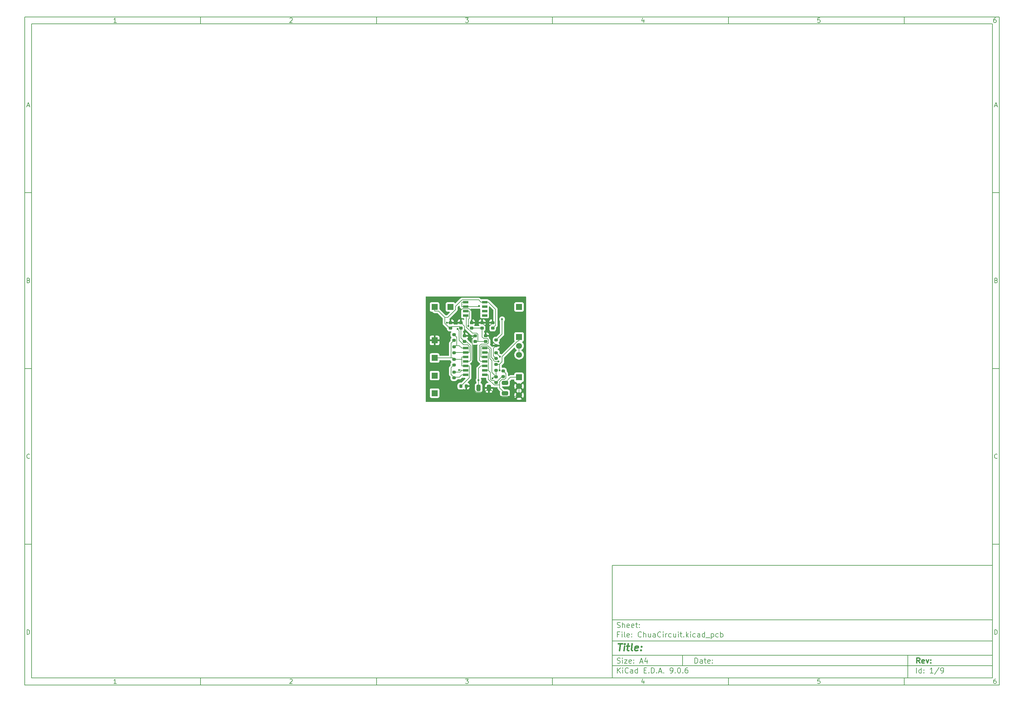
<source format=gtl>
%TF.GenerationSoftware,KiCad,Pcbnew,9.0.6*%
%TF.CreationDate,2025-11-23T22:05:43-07:00*%
%TF.ProjectId,ChuaCircuit,43687561-4369-4726-9375-69742e6b6963,rev?*%
%TF.SameCoordinates,Original*%
%TF.FileFunction,Copper,L1,Top*%
%TF.FilePolarity,Positive*%
%FSLAX46Y46*%
G04 Gerber Fmt 4.6, Leading zero omitted, Abs format (unit mm)*
G04 Created by KiCad (PCBNEW 9.0.6) date 2025-11-23 22:05:43*
%MOMM*%
%LPD*%
G01*
G04 APERTURE LIST*
G04 Aperture macros list*
%AMRoundRect*
0 Rectangle with rounded corners*
0 $1 Rounding radius*
0 $2 $3 $4 $5 $6 $7 $8 $9 X,Y pos of 4 corners*
0 Add a 4 corners polygon primitive as box body*
4,1,4,$2,$3,$4,$5,$6,$7,$8,$9,$2,$3,0*
0 Add four circle primitives for the rounded corners*
1,1,$1+$1,$2,$3*
1,1,$1+$1,$4,$5*
1,1,$1+$1,$6,$7*
1,1,$1+$1,$8,$9*
0 Add four rect primitives between the rounded corners*
20,1,$1+$1,$2,$3,$4,$5,0*
20,1,$1+$1,$4,$5,$6,$7,0*
20,1,$1+$1,$6,$7,$8,$9,0*
20,1,$1+$1,$8,$9,$2,$3,0*%
G04 Aperture macros list end*
%ADD10C,0.100000*%
%ADD11C,0.150000*%
%ADD12C,0.300000*%
%ADD13C,0.400000*%
%TA.AperFunction,SMDPad,CuDef*%
%ADD14R,1.525000X0.650000*%
%TD*%
%TA.AperFunction,ComponentPad*%
%ADD15R,1.700000X1.700000*%
%TD*%
%TA.AperFunction,SMDPad,CuDef*%
%ADD16R,1.525000X0.700000*%
%TD*%
%TA.AperFunction,SMDPad,CuDef*%
%ADD17RoundRect,0.225000X0.250000X-0.225000X0.250000X0.225000X-0.250000X0.225000X-0.250000X-0.225000X0*%
%TD*%
%TA.AperFunction,SMDPad,CuDef*%
%ADD18RoundRect,0.200000X-0.275000X0.200000X-0.275000X-0.200000X0.275000X-0.200000X0.275000X0.200000X0*%
%TD*%
%TA.AperFunction,SMDPad,CuDef*%
%ADD19RoundRect,0.200000X0.275000X-0.200000X0.275000X0.200000X-0.275000X0.200000X-0.275000X-0.200000X0*%
%TD*%
%TA.AperFunction,SMDPad,CuDef*%
%ADD20RoundRect,0.250000X-0.325000X-0.650000X0.325000X-0.650000X0.325000X0.650000X-0.325000X0.650000X0*%
%TD*%
%TA.AperFunction,ComponentPad*%
%ADD21C,1.700000*%
%TD*%
%TA.AperFunction,SMDPad,CuDef*%
%ADD22RoundRect,0.225000X-0.225000X-0.250000X0.225000X-0.250000X0.225000X0.250000X-0.225000X0.250000X0*%
%TD*%
%TA.AperFunction,SMDPad,CuDef*%
%ADD23RoundRect,0.250000X0.650000X-0.325000X0.650000X0.325000X-0.650000X0.325000X-0.650000X-0.325000X0*%
%TD*%
%TA.AperFunction,ViaPad*%
%ADD24C,0.600000*%
%TD*%
%TA.AperFunction,Conductor*%
%ADD25C,0.200000*%
%TD*%
G04 APERTURE END LIST*
D10*
D11*
X177002200Y-166007200D02*
X285002200Y-166007200D01*
X285002200Y-198007200D01*
X177002200Y-198007200D01*
X177002200Y-166007200D01*
D10*
D11*
X10000000Y-10000000D02*
X287002200Y-10000000D01*
X287002200Y-200007200D01*
X10000000Y-200007200D01*
X10000000Y-10000000D01*
D10*
D11*
X12000000Y-12000000D02*
X285002200Y-12000000D01*
X285002200Y-198007200D01*
X12000000Y-198007200D01*
X12000000Y-12000000D01*
D10*
D11*
X60000000Y-12000000D02*
X60000000Y-10000000D01*
D10*
D11*
X110000000Y-12000000D02*
X110000000Y-10000000D01*
D10*
D11*
X160000000Y-12000000D02*
X160000000Y-10000000D01*
D10*
D11*
X210000000Y-12000000D02*
X210000000Y-10000000D01*
D10*
D11*
X260000000Y-12000000D02*
X260000000Y-10000000D01*
D10*
D11*
X36089160Y-11593604D02*
X35346303Y-11593604D01*
X35717731Y-11593604D02*
X35717731Y-10293604D01*
X35717731Y-10293604D02*
X35593922Y-10479319D01*
X35593922Y-10479319D02*
X35470112Y-10603128D01*
X35470112Y-10603128D02*
X35346303Y-10665033D01*
D10*
D11*
X85346303Y-10417414D02*
X85408207Y-10355509D01*
X85408207Y-10355509D02*
X85532017Y-10293604D01*
X85532017Y-10293604D02*
X85841541Y-10293604D01*
X85841541Y-10293604D02*
X85965350Y-10355509D01*
X85965350Y-10355509D02*
X86027255Y-10417414D01*
X86027255Y-10417414D02*
X86089160Y-10541223D01*
X86089160Y-10541223D02*
X86089160Y-10665033D01*
X86089160Y-10665033D02*
X86027255Y-10850747D01*
X86027255Y-10850747D02*
X85284398Y-11593604D01*
X85284398Y-11593604D02*
X86089160Y-11593604D01*
D10*
D11*
X135284398Y-10293604D02*
X136089160Y-10293604D01*
X136089160Y-10293604D02*
X135655826Y-10788842D01*
X135655826Y-10788842D02*
X135841541Y-10788842D01*
X135841541Y-10788842D02*
X135965350Y-10850747D01*
X135965350Y-10850747D02*
X136027255Y-10912652D01*
X136027255Y-10912652D02*
X136089160Y-11036461D01*
X136089160Y-11036461D02*
X136089160Y-11345985D01*
X136089160Y-11345985D02*
X136027255Y-11469795D01*
X136027255Y-11469795D02*
X135965350Y-11531700D01*
X135965350Y-11531700D02*
X135841541Y-11593604D01*
X135841541Y-11593604D02*
X135470112Y-11593604D01*
X135470112Y-11593604D02*
X135346303Y-11531700D01*
X135346303Y-11531700D02*
X135284398Y-11469795D01*
D10*
D11*
X185965350Y-10726938D02*
X185965350Y-11593604D01*
X185655826Y-10231700D02*
X185346303Y-11160271D01*
X185346303Y-11160271D02*
X186151064Y-11160271D01*
D10*
D11*
X236027255Y-10293604D02*
X235408207Y-10293604D01*
X235408207Y-10293604D02*
X235346303Y-10912652D01*
X235346303Y-10912652D02*
X235408207Y-10850747D01*
X235408207Y-10850747D02*
X235532017Y-10788842D01*
X235532017Y-10788842D02*
X235841541Y-10788842D01*
X235841541Y-10788842D02*
X235965350Y-10850747D01*
X235965350Y-10850747D02*
X236027255Y-10912652D01*
X236027255Y-10912652D02*
X236089160Y-11036461D01*
X236089160Y-11036461D02*
X236089160Y-11345985D01*
X236089160Y-11345985D02*
X236027255Y-11469795D01*
X236027255Y-11469795D02*
X235965350Y-11531700D01*
X235965350Y-11531700D02*
X235841541Y-11593604D01*
X235841541Y-11593604D02*
X235532017Y-11593604D01*
X235532017Y-11593604D02*
X235408207Y-11531700D01*
X235408207Y-11531700D02*
X235346303Y-11469795D01*
D10*
D11*
X285965350Y-10293604D02*
X285717731Y-10293604D01*
X285717731Y-10293604D02*
X285593922Y-10355509D01*
X285593922Y-10355509D02*
X285532017Y-10417414D01*
X285532017Y-10417414D02*
X285408207Y-10603128D01*
X285408207Y-10603128D02*
X285346303Y-10850747D01*
X285346303Y-10850747D02*
X285346303Y-11345985D01*
X285346303Y-11345985D02*
X285408207Y-11469795D01*
X285408207Y-11469795D02*
X285470112Y-11531700D01*
X285470112Y-11531700D02*
X285593922Y-11593604D01*
X285593922Y-11593604D02*
X285841541Y-11593604D01*
X285841541Y-11593604D02*
X285965350Y-11531700D01*
X285965350Y-11531700D02*
X286027255Y-11469795D01*
X286027255Y-11469795D02*
X286089160Y-11345985D01*
X286089160Y-11345985D02*
X286089160Y-11036461D01*
X286089160Y-11036461D02*
X286027255Y-10912652D01*
X286027255Y-10912652D02*
X285965350Y-10850747D01*
X285965350Y-10850747D02*
X285841541Y-10788842D01*
X285841541Y-10788842D02*
X285593922Y-10788842D01*
X285593922Y-10788842D02*
X285470112Y-10850747D01*
X285470112Y-10850747D02*
X285408207Y-10912652D01*
X285408207Y-10912652D02*
X285346303Y-11036461D01*
D10*
D11*
X60000000Y-198007200D02*
X60000000Y-200007200D01*
D10*
D11*
X110000000Y-198007200D02*
X110000000Y-200007200D01*
D10*
D11*
X160000000Y-198007200D02*
X160000000Y-200007200D01*
D10*
D11*
X210000000Y-198007200D02*
X210000000Y-200007200D01*
D10*
D11*
X260000000Y-198007200D02*
X260000000Y-200007200D01*
D10*
D11*
X36089160Y-199600804D02*
X35346303Y-199600804D01*
X35717731Y-199600804D02*
X35717731Y-198300804D01*
X35717731Y-198300804D02*
X35593922Y-198486519D01*
X35593922Y-198486519D02*
X35470112Y-198610328D01*
X35470112Y-198610328D02*
X35346303Y-198672233D01*
D10*
D11*
X85346303Y-198424614D02*
X85408207Y-198362709D01*
X85408207Y-198362709D02*
X85532017Y-198300804D01*
X85532017Y-198300804D02*
X85841541Y-198300804D01*
X85841541Y-198300804D02*
X85965350Y-198362709D01*
X85965350Y-198362709D02*
X86027255Y-198424614D01*
X86027255Y-198424614D02*
X86089160Y-198548423D01*
X86089160Y-198548423D02*
X86089160Y-198672233D01*
X86089160Y-198672233D02*
X86027255Y-198857947D01*
X86027255Y-198857947D02*
X85284398Y-199600804D01*
X85284398Y-199600804D02*
X86089160Y-199600804D01*
D10*
D11*
X135284398Y-198300804D02*
X136089160Y-198300804D01*
X136089160Y-198300804D02*
X135655826Y-198796042D01*
X135655826Y-198796042D02*
X135841541Y-198796042D01*
X135841541Y-198796042D02*
X135965350Y-198857947D01*
X135965350Y-198857947D02*
X136027255Y-198919852D01*
X136027255Y-198919852D02*
X136089160Y-199043661D01*
X136089160Y-199043661D02*
X136089160Y-199353185D01*
X136089160Y-199353185D02*
X136027255Y-199476995D01*
X136027255Y-199476995D02*
X135965350Y-199538900D01*
X135965350Y-199538900D02*
X135841541Y-199600804D01*
X135841541Y-199600804D02*
X135470112Y-199600804D01*
X135470112Y-199600804D02*
X135346303Y-199538900D01*
X135346303Y-199538900D02*
X135284398Y-199476995D01*
D10*
D11*
X185965350Y-198734138D02*
X185965350Y-199600804D01*
X185655826Y-198238900D02*
X185346303Y-199167471D01*
X185346303Y-199167471D02*
X186151064Y-199167471D01*
D10*
D11*
X236027255Y-198300804D02*
X235408207Y-198300804D01*
X235408207Y-198300804D02*
X235346303Y-198919852D01*
X235346303Y-198919852D02*
X235408207Y-198857947D01*
X235408207Y-198857947D02*
X235532017Y-198796042D01*
X235532017Y-198796042D02*
X235841541Y-198796042D01*
X235841541Y-198796042D02*
X235965350Y-198857947D01*
X235965350Y-198857947D02*
X236027255Y-198919852D01*
X236027255Y-198919852D02*
X236089160Y-199043661D01*
X236089160Y-199043661D02*
X236089160Y-199353185D01*
X236089160Y-199353185D02*
X236027255Y-199476995D01*
X236027255Y-199476995D02*
X235965350Y-199538900D01*
X235965350Y-199538900D02*
X235841541Y-199600804D01*
X235841541Y-199600804D02*
X235532017Y-199600804D01*
X235532017Y-199600804D02*
X235408207Y-199538900D01*
X235408207Y-199538900D02*
X235346303Y-199476995D01*
D10*
D11*
X285965350Y-198300804D02*
X285717731Y-198300804D01*
X285717731Y-198300804D02*
X285593922Y-198362709D01*
X285593922Y-198362709D02*
X285532017Y-198424614D01*
X285532017Y-198424614D02*
X285408207Y-198610328D01*
X285408207Y-198610328D02*
X285346303Y-198857947D01*
X285346303Y-198857947D02*
X285346303Y-199353185D01*
X285346303Y-199353185D02*
X285408207Y-199476995D01*
X285408207Y-199476995D02*
X285470112Y-199538900D01*
X285470112Y-199538900D02*
X285593922Y-199600804D01*
X285593922Y-199600804D02*
X285841541Y-199600804D01*
X285841541Y-199600804D02*
X285965350Y-199538900D01*
X285965350Y-199538900D02*
X286027255Y-199476995D01*
X286027255Y-199476995D02*
X286089160Y-199353185D01*
X286089160Y-199353185D02*
X286089160Y-199043661D01*
X286089160Y-199043661D02*
X286027255Y-198919852D01*
X286027255Y-198919852D02*
X285965350Y-198857947D01*
X285965350Y-198857947D02*
X285841541Y-198796042D01*
X285841541Y-198796042D02*
X285593922Y-198796042D01*
X285593922Y-198796042D02*
X285470112Y-198857947D01*
X285470112Y-198857947D02*
X285408207Y-198919852D01*
X285408207Y-198919852D02*
X285346303Y-199043661D01*
D10*
D11*
X10000000Y-60000000D02*
X12000000Y-60000000D01*
D10*
D11*
X10000000Y-110000000D02*
X12000000Y-110000000D01*
D10*
D11*
X10000000Y-160000000D02*
X12000000Y-160000000D01*
D10*
D11*
X10690476Y-35222176D02*
X11309523Y-35222176D01*
X10566666Y-35593604D02*
X10999999Y-34293604D01*
X10999999Y-34293604D02*
X11433333Y-35593604D01*
D10*
D11*
X11092857Y-84912652D02*
X11278571Y-84974557D01*
X11278571Y-84974557D02*
X11340476Y-85036461D01*
X11340476Y-85036461D02*
X11402380Y-85160271D01*
X11402380Y-85160271D02*
X11402380Y-85345985D01*
X11402380Y-85345985D02*
X11340476Y-85469795D01*
X11340476Y-85469795D02*
X11278571Y-85531700D01*
X11278571Y-85531700D02*
X11154761Y-85593604D01*
X11154761Y-85593604D02*
X10659523Y-85593604D01*
X10659523Y-85593604D02*
X10659523Y-84293604D01*
X10659523Y-84293604D02*
X11092857Y-84293604D01*
X11092857Y-84293604D02*
X11216666Y-84355509D01*
X11216666Y-84355509D02*
X11278571Y-84417414D01*
X11278571Y-84417414D02*
X11340476Y-84541223D01*
X11340476Y-84541223D02*
X11340476Y-84665033D01*
X11340476Y-84665033D02*
X11278571Y-84788842D01*
X11278571Y-84788842D02*
X11216666Y-84850747D01*
X11216666Y-84850747D02*
X11092857Y-84912652D01*
X11092857Y-84912652D02*
X10659523Y-84912652D01*
D10*
D11*
X11402380Y-135469795D02*
X11340476Y-135531700D01*
X11340476Y-135531700D02*
X11154761Y-135593604D01*
X11154761Y-135593604D02*
X11030952Y-135593604D01*
X11030952Y-135593604D02*
X10845238Y-135531700D01*
X10845238Y-135531700D02*
X10721428Y-135407890D01*
X10721428Y-135407890D02*
X10659523Y-135284080D01*
X10659523Y-135284080D02*
X10597619Y-135036461D01*
X10597619Y-135036461D02*
X10597619Y-134850747D01*
X10597619Y-134850747D02*
X10659523Y-134603128D01*
X10659523Y-134603128D02*
X10721428Y-134479319D01*
X10721428Y-134479319D02*
X10845238Y-134355509D01*
X10845238Y-134355509D02*
X11030952Y-134293604D01*
X11030952Y-134293604D02*
X11154761Y-134293604D01*
X11154761Y-134293604D02*
X11340476Y-134355509D01*
X11340476Y-134355509D02*
X11402380Y-134417414D01*
D10*
D11*
X10659523Y-185593604D02*
X10659523Y-184293604D01*
X10659523Y-184293604D02*
X10969047Y-184293604D01*
X10969047Y-184293604D02*
X11154761Y-184355509D01*
X11154761Y-184355509D02*
X11278571Y-184479319D01*
X11278571Y-184479319D02*
X11340476Y-184603128D01*
X11340476Y-184603128D02*
X11402380Y-184850747D01*
X11402380Y-184850747D02*
X11402380Y-185036461D01*
X11402380Y-185036461D02*
X11340476Y-185284080D01*
X11340476Y-185284080D02*
X11278571Y-185407890D01*
X11278571Y-185407890D02*
X11154761Y-185531700D01*
X11154761Y-185531700D02*
X10969047Y-185593604D01*
X10969047Y-185593604D02*
X10659523Y-185593604D01*
D10*
D11*
X287002200Y-60000000D02*
X285002200Y-60000000D01*
D10*
D11*
X287002200Y-110000000D02*
X285002200Y-110000000D01*
D10*
D11*
X287002200Y-160000000D02*
X285002200Y-160000000D01*
D10*
D11*
X285692676Y-35222176D02*
X286311723Y-35222176D01*
X285568866Y-35593604D02*
X286002199Y-34293604D01*
X286002199Y-34293604D02*
X286435533Y-35593604D01*
D10*
D11*
X286095057Y-84912652D02*
X286280771Y-84974557D01*
X286280771Y-84974557D02*
X286342676Y-85036461D01*
X286342676Y-85036461D02*
X286404580Y-85160271D01*
X286404580Y-85160271D02*
X286404580Y-85345985D01*
X286404580Y-85345985D02*
X286342676Y-85469795D01*
X286342676Y-85469795D02*
X286280771Y-85531700D01*
X286280771Y-85531700D02*
X286156961Y-85593604D01*
X286156961Y-85593604D02*
X285661723Y-85593604D01*
X285661723Y-85593604D02*
X285661723Y-84293604D01*
X285661723Y-84293604D02*
X286095057Y-84293604D01*
X286095057Y-84293604D02*
X286218866Y-84355509D01*
X286218866Y-84355509D02*
X286280771Y-84417414D01*
X286280771Y-84417414D02*
X286342676Y-84541223D01*
X286342676Y-84541223D02*
X286342676Y-84665033D01*
X286342676Y-84665033D02*
X286280771Y-84788842D01*
X286280771Y-84788842D02*
X286218866Y-84850747D01*
X286218866Y-84850747D02*
X286095057Y-84912652D01*
X286095057Y-84912652D02*
X285661723Y-84912652D01*
D10*
D11*
X286404580Y-135469795D02*
X286342676Y-135531700D01*
X286342676Y-135531700D02*
X286156961Y-135593604D01*
X286156961Y-135593604D02*
X286033152Y-135593604D01*
X286033152Y-135593604D02*
X285847438Y-135531700D01*
X285847438Y-135531700D02*
X285723628Y-135407890D01*
X285723628Y-135407890D02*
X285661723Y-135284080D01*
X285661723Y-135284080D02*
X285599819Y-135036461D01*
X285599819Y-135036461D02*
X285599819Y-134850747D01*
X285599819Y-134850747D02*
X285661723Y-134603128D01*
X285661723Y-134603128D02*
X285723628Y-134479319D01*
X285723628Y-134479319D02*
X285847438Y-134355509D01*
X285847438Y-134355509D02*
X286033152Y-134293604D01*
X286033152Y-134293604D02*
X286156961Y-134293604D01*
X286156961Y-134293604D02*
X286342676Y-134355509D01*
X286342676Y-134355509D02*
X286404580Y-134417414D01*
D10*
D11*
X285661723Y-185593604D02*
X285661723Y-184293604D01*
X285661723Y-184293604D02*
X285971247Y-184293604D01*
X285971247Y-184293604D02*
X286156961Y-184355509D01*
X286156961Y-184355509D02*
X286280771Y-184479319D01*
X286280771Y-184479319D02*
X286342676Y-184603128D01*
X286342676Y-184603128D02*
X286404580Y-184850747D01*
X286404580Y-184850747D02*
X286404580Y-185036461D01*
X286404580Y-185036461D02*
X286342676Y-185284080D01*
X286342676Y-185284080D02*
X286280771Y-185407890D01*
X286280771Y-185407890D02*
X286156961Y-185531700D01*
X286156961Y-185531700D02*
X285971247Y-185593604D01*
X285971247Y-185593604D02*
X285661723Y-185593604D01*
D10*
D11*
X200458026Y-193793328D02*
X200458026Y-192293328D01*
X200458026Y-192293328D02*
X200815169Y-192293328D01*
X200815169Y-192293328D02*
X201029455Y-192364757D01*
X201029455Y-192364757D02*
X201172312Y-192507614D01*
X201172312Y-192507614D02*
X201243741Y-192650471D01*
X201243741Y-192650471D02*
X201315169Y-192936185D01*
X201315169Y-192936185D02*
X201315169Y-193150471D01*
X201315169Y-193150471D02*
X201243741Y-193436185D01*
X201243741Y-193436185D02*
X201172312Y-193579042D01*
X201172312Y-193579042D02*
X201029455Y-193721900D01*
X201029455Y-193721900D02*
X200815169Y-193793328D01*
X200815169Y-193793328D02*
X200458026Y-193793328D01*
X202600884Y-193793328D02*
X202600884Y-193007614D01*
X202600884Y-193007614D02*
X202529455Y-192864757D01*
X202529455Y-192864757D02*
X202386598Y-192793328D01*
X202386598Y-192793328D02*
X202100884Y-192793328D01*
X202100884Y-192793328D02*
X201958026Y-192864757D01*
X202600884Y-193721900D02*
X202458026Y-193793328D01*
X202458026Y-193793328D02*
X202100884Y-193793328D01*
X202100884Y-193793328D02*
X201958026Y-193721900D01*
X201958026Y-193721900D02*
X201886598Y-193579042D01*
X201886598Y-193579042D02*
X201886598Y-193436185D01*
X201886598Y-193436185D02*
X201958026Y-193293328D01*
X201958026Y-193293328D02*
X202100884Y-193221900D01*
X202100884Y-193221900D02*
X202458026Y-193221900D01*
X202458026Y-193221900D02*
X202600884Y-193150471D01*
X203100884Y-192793328D02*
X203672312Y-192793328D01*
X203315169Y-192293328D02*
X203315169Y-193579042D01*
X203315169Y-193579042D02*
X203386598Y-193721900D01*
X203386598Y-193721900D02*
X203529455Y-193793328D01*
X203529455Y-193793328D02*
X203672312Y-193793328D01*
X204743741Y-193721900D02*
X204600884Y-193793328D01*
X204600884Y-193793328D02*
X204315170Y-193793328D01*
X204315170Y-193793328D02*
X204172312Y-193721900D01*
X204172312Y-193721900D02*
X204100884Y-193579042D01*
X204100884Y-193579042D02*
X204100884Y-193007614D01*
X204100884Y-193007614D02*
X204172312Y-192864757D01*
X204172312Y-192864757D02*
X204315170Y-192793328D01*
X204315170Y-192793328D02*
X204600884Y-192793328D01*
X204600884Y-192793328D02*
X204743741Y-192864757D01*
X204743741Y-192864757D02*
X204815170Y-193007614D01*
X204815170Y-193007614D02*
X204815170Y-193150471D01*
X204815170Y-193150471D02*
X204100884Y-193293328D01*
X205458026Y-193650471D02*
X205529455Y-193721900D01*
X205529455Y-193721900D02*
X205458026Y-193793328D01*
X205458026Y-193793328D02*
X205386598Y-193721900D01*
X205386598Y-193721900D02*
X205458026Y-193650471D01*
X205458026Y-193650471D02*
X205458026Y-193793328D01*
X205458026Y-192864757D02*
X205529455Y-192936185D01*
X205529455Y-192936185D02*
X205458026Y-193007614D01*
X205458026Y-193007614D02*
X205386598Y-192936185D01*
X205386598Y-192936185D02*
X205458026Y-192864757D01*
X205458026Y-192864757D02*
X205458026Y-193007614D01*
D10*
D11*
X177002200Y-194507200D02*
X285002200Y-194507200D01*
D10*
D11*
X178458026Y-196593328D02*
X178458026Y-195093328D01*
X179315169Y-196593328D02*
X178672312Y-195736185D01*
X179315169Y-195093328D02*
X178458026Y-195950471D01*
X179958026Y-196593328D02*
X179958026Y-195593328D01*
X179958026Y-195093328D02*
X179886598Y-195164757D01*
X179886598Y-195164757D02*
X179958026Y-195236185D01*
X179958026Y-195236185D02*
X180029455Y-195164757D01*
X180029455Y-195164757D02*
X179958026Y-195093328D01*
X179958026Y-195093328D02*
X179958026Y-195236185D01*
X181529455Y-196450471D02*
X181458027Y-196521900D01*
X181458027Y-196521900D02*
X181243741Y-196593328D01*
X181243741Y-196593328D02*
X181100884Y-196593328D01*
X181100884Y-196593328D02*
X180886598Y-196521900D01*
X180886598Y-196521900D02*
X180743741Y-196379042D01*
X180743741Y-196379042D02*
X180672312Y-196236185D01*
X180672312Y-196236185D02*
X180600884Y-195950471D01*
X180600884Y-195950471D02*
X180600884Y-195736185D01*
X180600884Y-195736185D02*
X180672312Y-195450471D01*
X180672312Y-195450471D02*
X180743741Y-195307614D01*
X180743741Y-195307614D02*
X180886598Y-195164757D01*
X180886598Y-195164757D02*
X181100884Y-195093328D01*
X181100884Y-195093328D02*
X181243741Y-195093328D01*
X181243741Y-195093328D02*
X181458027Y-195164757D01*
X181458027Y-195164757D02*
X181529455Y-195236185D01*
X182815170Y-196593328D02*
X182815170Y-195807614D01*
X182815170Y-195807614D02*
X182743741Y-195664757D01*
X182743741Y-195664757D02*
X182600884Y-195593328D01*
X182600884Y-195593328D02*
X182315170Y-195593328D01*
X182315170Y-195593328D02*
X182172312Y-195664757D01*
X182815170Y-196521900D02*
X182672312Y-196593328D01*
X182672312Y-196593328D02*
X182315170Y-196593328D01*
X182315170Y-196593328D02*
X182172312Y-196521900D01*
X182172312Y-196521900D02*
X182100884Y-196379042D01*
X182100884Y-196379042D02*
X182100884Y-196236185D01*
X182100884Y-196236185D02*
X182172312Y-196093328D01*
X182172312Y-196093328D02*
X182315170Y-196021900D01*
X182315170Y-196021900D02*
X182672312Y-196021900D01*
X182672312Y-196021900D02*
X182815170Y-195950471D01*
X184172313Y-196593328D02*
X184172313Y-195093328D01*
X184172313Y-196521900D02*
X184029455Y-196593328D01*
X184029455Y-196593328D02*
X183743741Y-196593328D01*
X183743741Y-196593328D02*
X183600884Y-196521900D01*
X183600884Y-196521900D02*
X183529455Y-196450471D01*
X183529455Y-196450471D02*
X183458027Y-196307614D01*
X183458027Y-196307614D02*
X183458027Y-195879042D01*
X183458027Y-195879042D02*
X183529455Y-195736185D01*
X183529455Y-195736185D02*
X183600884Y-195664757D01*
X183600884Y-195664757D02*
X183743741Y-195593328D01*
X183743741Y-195593328D02*
X184029455Y-195593328D01*
X184029455Y-195593328D02*
X184172313Y-195664757D01*
X186029455Y-195807614D02*
X186529455Y-195807614D01*
X186743741Y-196593328D02*
X186029455Y-196593328D01*
X186029455Y-196593328D02*
X186029455Y-195093328D01*
X186029455Y-195093328D02*
X186743741Y-195093328D01*
X187386598Y-196450471D02*
X187458027Y-196521900D01*
X187458027Y-196521900D02*
X187386598Y-196593328D01*
X187386598Y-196593328D02*
X187315170Y-196521900D01*
X187315170Y-196521900D02*
X187386598Y-196450471D01*
X187386598Y-196450471D02*
X187386598Y-196593328D01*
X188100884Y-196593328D02*
X188100884Y-195093328D01*
X188100884Y-195093328D02*
X188458027Y-195093328D01*
X188458027Y-195093328D02*
X188672313Y-195164757D01*
X188672313Y-195164757D02*
X188815170Y-195307614D01*
X188815170Y-195307614D02*
X188886599Y-195450471D01*
X188886599Y-195450471D02*
X188958027Y-195736185D01*
X188958027Y-195736185D02*
X188958027Y-195950471D01*
X188958027Y-195950471D02*
X188886599Y-196236185D01*
X188886599Y-196236185D02*
X188815170Y-196379042D01*
X188815170Y-196379042D02*
X188672313Y-196521900D01*
X188672313Y-196521900D02*
X188458027Y-196593328D01*
X188458027Y-196593328D02*
X188100884Y-196593328D01*
X189600884Y-196450471D02*
X189672313Y-196521900D01*
X189672313Y-196521900D02*
X189600884Y-196593328D01*
X189600884Y-196593328D02*
X189529456Y-196521900D01*
X189529456Y-196521900D02*
X189600884Y-196450471D01*
X189600884Y-196450471D02*
X189600884Y-196593328D01*
X190243742Y-196164757D02*
X190958028Y-196164757D01*
X190100885Y-196593328D02*
X190600885Y-195093328D01*
X190600885Y-195093328D02*
X191100885Y-196593328D01*
X191600884Y-196450471D02*
X191672313Y-196521900D01*
X191672313Y-196521900D02*
X191600884Y-196593328D01*
X191600884Y-196593328D02*
X191529456Y-196521900D01*
X191529456Y-196521900D02*
X191600884Y-196450471D01*
X191600884Y-196450471D02*
X191600884Y-196593328D01*
X193529456Y-196593328D02*
X193815170Y-196593328D01*
X193815170Y-196593328D02*
X193958027Y-196521900D01*
X193958027Y-196521900D02*
X194029456Y-196450471D01*
X194029456Y-196450471D02*
X194172313Y-196236185D01*
X194172313Y-196236185D02*
X194243742Y-195950471D01*
X194243742Y-195950471D02*
X194243742Y-195379042D01*
X194243742Y-195379042D02*
X194172313Y-195236185D01*
X194172313Y-195236185D02*
X194100885Y-195164757D01*
X194100885Y-195164757D02*
X193958027Y-195093328D01*
X193958027Y-195093328D02*
X193672313Y-195093328D01*
X193672313Y-195093328D02*
X193529456Y-195164757D01*
X193529456Y-195164757D02*
X193458027Y-195236185D01*
X193458027Y-195236185D02*
X193386599Y-195379042D01*
X193386599Y-195379042D02*
X193386599Y-195736185D01*
X193386599Y-195736185D02*
X193458027Y-195879042D01*
X193458027Y-195879042D02*
X193529456Y-195950471D01*
X193529456Y-195950471D02*
X193672313Y-196021900D01*
X193672313Y-196021900D02*
X193958027Y-196021900D01*
X193958027Y-196021900D02*
X194100885Y-195950471D01*
X194100885Y-195950471D02*
X194172313Y-195879042D01*
X194172313Y-195879042D02*
X194243742Y-195736185D01*
X194886598Y-196450471D02*
X194958027Y-196521900D01*
X194958027Y-196521900D02*
X194886598Y-196593328D01*
X194886598Y-196593328D02*
X194815170Y-196521900D01*
X194815170Y-196521900D02*
X194886598Y-196450471D01*
X194886598Y-196450471D02*
X194886598Y-196593328D01*
X195886599Y-195093328D02*
X196029456Y-195093328D01*
X196029456Y-195093328D02*
X196172313Y-195164757D01*
X196172313Y-195164757D02*
X196243742Y-195236185D01*
X196243742Y-195236185D02*
X196315170Y-195379042D01*
X196315170Y-195379042D02*
X196386599Y-195664757D01*
X196386599Y-195664757D02*
X196386599Y-196021900D01*
X196386599Y-196021900D02*
X196315170Y-196307614D01*
X196315170Y-196307614D02*
X196243742Y-196450471D01*
X196243742Y-196450471D02*
X196172313Y-196521900D01*
X196172313Y-196521900D02*
X196029456Y-196593328D01*
X196029456Y-196593328D02*
X195886599Y-196593328D01*
X195886599Y-196593328D02*
X195743742Y-196521900D01*
X195743742Y-196521900D02*
X195672313Y-196450471D01*
X195672313Y-196450471D02*
X195600884Y-196307614D01*
X195600884Y-196307614D02*
X195529456Y-196021900D01*
X195529456Y-196021900D02*
X195529456Y-195664757D01*
X195529456Y-195664757D02*
X195600884Y-195379042D01*
X195600884Y-195379042D02*
X195672313Y-195236185D01*
X195672313Y-195236185D02*
X195743742Y-195164757D01*
X195743742Y-195164757D02*
X195886599Y-195093328D01*
X197029455Y-196450471D02*
X197100884Y-196521900D01*
X197100884Y-196521900D02*
X197029455Y-196593328D01*
X197029455Y-196593328D02*
X196958027Y-196521900D01*
X196958027Y-196521900D02*
X197029455Y-196450471D01*
X197029455Y-196450471D02*
X197029455Y-196593328D01*
X198386599Y-195093328D02*
X198100884Y-195093328D01*
X198100884Y-195093328D02*
X197958027Y-195164757D01*
X197958027Y-195164757D02*
X197886599Y-195236185D01*
X197886599Y-195236185D02*
X197743741Y-195450471D01*
X197743741Y-195450471D02*
X197672313Y-195736185D01*
X197672313Y-195736185D02*
X197672313Y-196307614D01*
X197672313Y-196307614D02*
X197743741Y-196450471D01*
X197743741Y-196450471D02*
X197815170Y-196521900D01*
X197815170Y-196521900D02*
X197958027Y-196593328D01*
X197958027Y-196593328D02*
X198243741Y-196593328D01*
X198243741Y-196593328D02*
X198386599Y-196521900D01*
X198386599Y-196521900D02*
X198458027Y-196450471D01*
X198458027Y-196450471D02*
X198529456Y-196307614D01*
X198529456Y-196307614D02*
X198529456Y-195950471D01*
X198529456Y-195950471D02*
X198458027Y-195807614D01*
X198458027Y-195807614D02*
X198386599Y-195736185D01*
X198386599Y-195736185D02*
X198243741Y-195664757D01*
X198243741Y-195664757D02*
X197958027Y-195664757D01*
X197958027Y-195664757D02*
X197815170Y-195736185D01*
X197815170Y-195736185D02*
X197743741Y-195807614D01*
X197743741Y-195807614D02*
X197672313Y-195950471D01*
D10*
D11*
X177002200Y-191507200D02*
X285002200Y-191507200D01*
D10*
D12*
X264413853Y-193785528D02*
X263913853Y-193071242D01*
X263556710Y-193785528D02*
X263556710Y-192285528D01*
X263556710Y-192285528D02*
X264128139Y-192285528D01*
X264128139Y-192285528D02*
X264270996Y-192356957D01*
X264270996Y-192356957D02*
X264342425Y-192428385D01*
X264342425Y-192428385D02*
X264413853Y-192571242D01*
X264413853Y-192571242D02*
X264413853Y-192785528D01*
X264413853Y-192785528D02*
X264342425Y-192928385D01*
X264342425Y-192928385D02*
X264270996Y-192999814D01*
X264270996Y-192999814D02*
X264128139Y-193071242D01*
X264128139Y-193071242D02*
X263556710Y-193071242D01*
X265628139Y-193714100D02*
X265485282Y-193785528D01*
X265485282Y-193785528D02*
X265199568Y-193785528D01*
X265199568Y-193785528D02*
X265056710Y-193714100D01*
X265056710Y-193714100D02*
X264985282Y-193571242D01*
X264985282Y-193571242D02*
X264985282Y-192999814D01*
X264985282Y-192999814D02*
X265056710Y-192856957D01*
X265056710Y-192856957D02*
X265199568Y-192785528D01*
X265199568Y-192785528D02*
X265485282Y-192785528D01*
X265485282Y-192785528D02*
X265628139Y-192856957D01*
X265628139Y-192856957D02*
X265699568Y-192999814D01*
X265699568Y-192999814D02*
X265699568Y-193142671D01*
X265699568Y-193142671D02*
X264985282Y-193285528D01*
X266199567Y-192785528D02*
X266556710Y-193785528D01*
X266556710Y-193785528D02*
X266913853Y-192785528D01*
X267485281Y-193642671D02*
X267556710Y-193714100D01*
X267556710Y-193714100D02*
X267485281Y-193785528D01*
X267485281Y-193785528D02*
X267413853Y-193714100D01*
X267413853Y-193714100D02*
X267485281Y-193642671D01*
X267485281Y-193642671D02*
X267485281Y-193785528D01*
X267485281Y-192856957D02*
X267556710Y-192928385D01*
X267556710Y-192928385D02*
X267485281Y-192999814D01*
X267485281Y-192999814D02*
X267413853Y-192928385D01*
X267413853Y-192928385D02*
X267485281Y-192856957D01*
X267485281Y-192856957D02*
X267485281Y-192999814D01*
D10*
D11*
X178386598Y-193721900D02*
X178600884Y-193793328D01*
X178600884Y-193793328D02*
X178958026Y-193793328D01*
X178958026Y-193793328D02*
X179100884Y-193721900D01*
X179100884Y-193721900D02*
X179172312Y-193650471D01*
X179172312Y-193650471D02*
X179243741Y-193507614D01*
X179243741Y-193507614D02*
X179243741Y-193364757D01*
X179243741Y-193364757D02*
X179172312Y-193221900D01*
X179172312Y-193221900D02*
X179100884Y-193150471D01*
X179100884Y-193150471D02*
X178958026Y-193079042D01*
X178958026Y-193079042D02*
X178672312Y-193007614D01*
X178672312Y-193007614D02*
X178529455Y-192936185D01*
X178529455Y-192936185D02*
X178458026Y-192864757D01*
X178458026Y-192864757D02*
X178386598Y-192721900D01*
X178386598Y-192721900D02*
X178386598Y-192579042D01*
X178386598Y-192579042D02*
X178458026Y-192436185D01*
X178458026Y-192436185D02*
X178529455Y-192364757D01*
X178529455Y-192364757D02*
X178672312Y-192293328D01*
X178672312Y-192293328D02*
X179029455Y-192293328D01*
X179029455Y-192293328D02*
X179243741Y-192364757D01*
X179886597Y-193793328D02*
X179886597Y-192793328D01*
X179886597Y-192293328D02*
X179815169Y-192364757D01*
X179815169Y-192364757D02*
X179886597Y-192436185D01*
X179886597Y-192436185D02*
X179958026Y-192364757D01*
X179958026Y-192364757D02*
X179886597Y-192293328D01*
X179886597Y-192293328D02*
X179886597Y-192436185D01*
X180458026Y-192793328D02*
X181243741Y-192793328D01*
X181243741Y-192793328D02*
X180458026Y-193793328D01*
X180458026Y-193793328D02*
X181243741Y-193793328D01*
X182386598Y-193721900D02*
X182243741Y-193793328D01*
X182243741Y-193793328D02*
X181958027Y-193793328D01*
X181958027Y-193793328D02*
X181815169Y-193721900D01*
X181815169Y-193721900D02*
X181743741Y-193579042D01*
X181743741Y-193579042D02*
X181743741Y-193007614D01*
X181743741Y-193007614D02*
X181815169Y-192864757D01*
X181815169Y-192864757D02*
X181958027Y-192793328D01*
X181958027Y-192793328D02*
X182243741Y-192793328D01*
X182243741Y-192793328D02*
X182386598Y-192864757D01*
X182386598Y-192864757D02*
X182458027Y-193007614D01*
X182458027Y-193007614D02*
X182458027Y-193150471D01*
X182458027Y-193150471D02*
X181743741Y-193293328D01*
X183100883Y-193650471D02*
X183172312Y-193721900D01*
X183172312Y-193721900D02*
X183100883Y-193793328D01*
X183100883Y-193793328D02*
X183029455Y-193721900D01*
X183029455Y-193721900D02*
X183100883Y-193650471D01*
X183100883Y-193650471D02*
X183100883Y-193793328D01*
X183100883Y-192864757D02*
X183172312Y-192936185D01*
X183172312Y-192936185D02*
X183100883Y-193007614D01*
X183100883Y-193007614D02*
X183029455Y-192936185D01*
X183029455Y-192936185D02*
X183100883Y-192864757D01*
X183100883Y-192864757D02*
X183100883Y-193007614D01*
X184886598Y-193364757D02*
X185600884Y-193364757D01*
X184743741Y-193793328D02*
X185243741Y-192293328D01*
X185243741Y-192293328D02*
X185743741Y-193793328D01*
X186886598Y-192793328D02*
X186886598Y-193793328D01*
X186529455Y-192221900D02*
X186172312Y-193293328D01*
X186172312Y-193293328D02*
X187100883Y-193293328D01*
D10*
D11*
X263458026Y-196593328D02*
X263458026Y-195093328D01*
X264815170Y-196593328D02*
X264815170Y-195093328D01*
X264815170Y-196521900D02*
X264672312Y-196593328D01*
X264672312Y-196593328D02*
X264386598Y-196593328D01*
X264386598Y-196593328D02*
X264243741Y-196521900D01*
X264243741Y-196521900D02*
X264172312Y-196450471D01*
X264172312Y-196450471D02*
X264100884Y-196307614D01*
X264100884Y-196307614D02*
X264100884Y-195879042D01*
X264100884Y-195879042D02*
X264172312Y-195736185D01*
X264172312Y-195736185D02*
X264243741Y-195664757D01*
X264243741Y-195664757D02*
X264386598Y-195593328D01*
X264386598Y-195593328D02*
X264672312Y-195593328D01*
X264672312Y-195593328D02*
X264815170Y-195664757D01*
X265529455Y-196450471D02*
X265600884Y-196521900D01*
X265600884Y-196521900D02*
X265529455Y-196593328D01*
X265529455Y-196593328D02*
X265458027Y-196521900D01*
X265458027Y-196521900D02*
X265529455Y-196450471D01*
X265529455Y-196450471D02*
X265529455Y-196593328D01*
X265529455Y-195664757D02*
X265600884Y-195736185D01*
X265600884Y-195736185D02*
X265529455Y-195807614D01*
X265529455Y-195807614D02*
X265458027Y-195736185D01*
X265458027Y-195736185D02*
X265529455Y-195664757D01*
X265529455Y-195664757D02*
X265529455Y-195807614D01*
X268172313Y-196593328D02*
X267315170Y-196593328D01*
X267743741Y-196593328D02*
X267743741Y-195093328D01*
X267743741Y-195093328D02*
X267600884Y-195307614D01*
X267600884Y-195307614D02*
X267458027Y-195450471D01*
X267458027Y-195450471D02*
X267315170Y-195521900D01*
X269886598Y-195021900D02*
X268600884Y-196950471D01*
X270458027Y-196593328D02*
X270743741Y-196593328D01*
X270743741Y-196593328D02*
X270886598Y-196521900D01*
X270886598Y-196521900D02*
X270958027Y-196450471D01*
X270958027Y-196450471D02*
X271100884Y-196236185D01*
X271100884Y-196236185D02*
X271172313Y-195950471D01*
X271172313Y-195950471D02*
X271172313Y-195379042D01*
X271172313Y-195379042D02*
X271100884Y-195236185D01*
X271100884Y-195236185D02*
X271029456Y-195164757D01*
X271029456Y-195164757D02*
X270886598Y-195093328D01*
X270886598Y-195093328D02*
X270600884Y-195093328D01*
X270600884Y-195093328D02*
X270458027Y-195164757D01*
X270458027Y-195164757D02*
X270386598Y-195236185D01*
X270386598Y-195236185D02*
X270315170Y-195379042D01*
X270315170Y-195379042D02*
X270315170Y-195736185D01*
X270315170Y-195736185D02*
X270386598Y-195879042D01*
X270386598Y-195879042D02*
X270458027Y-195950471D01*
X270458027Y-195950471D02*
X270600884Y-196021900D01*
X270600884Y-196021900D02*
X270886598Y-196021900D01*
X270886598Y-196021900D02*
X271029456Y-195950471D01*
X271029456Y-195950471D02*
X271100884Y-195879042D01*
X271100884Y-195879042D02*
X271172313Y-195736185D01*
D10*
D11*
X177002200Y-187507200D02*
X285002200Y-187507200D01*
D10*
D13*
X178693928Y-188211638D02*
X179836785Y-188211638D01*
X179015357Y-190211638D02*
X179265357Y-188211638D01*
X180253452Y-190211638D02*
X180420119Y-188878304D01*
X180503452Y-188211638D02*
X180396309Y-188306876D01*
X180396309Y-188306876D02*
X180479643Y-188402114D01*
X180479643Y-188402114D02*
X180586786Y-188306876D01*
X180586786Y-188306876D02*
X180503452Y-188211638D01*
X180503452Y-188211638D02*
X180479643Y-188402114D01*
X181086786Y-188878304D02*
X181848690Y-188878304D01*
X181455833Y-188211638D02*
X181241548Y-189925923D01*
X181241548Y-189925923D02*
X181312976Y-190116400D01*
X181312976Y-190116400D02*
X181491548Y-190211638D01*
X181491548Y-190211638D02*
X181682024Y-190211638D01*
X182634405Y-190211638D02*
X182455833Y-190116400D01*
X182455833Y-190116400D02*
X182384405Y-189925923D01*
X182384405Y-189925923D02*
X182598690Y-188211638D01*
X184170119Y-190116400D02*
X183967738Y-190211638D01*
X183967738Y-190211638D02*
X183586785Y-190211638D01*
X183586785Y-190211638D02*
X183408214Y-190116400D01*
X183408214Y-190116400D02*
X183336785Y-189925923D01*
X183336785Y-189925923D02*
X183432024Y-189164019D01*
X183432024Y-189164019D02*
X183551071Y-188973542D01*
X183551071Y-188973542D02*
X183753452Y-188878304D01*
X183753452Y-188878304D02*
X184134404Y-188878304D01*
X184134404Y-188878304D02*
X184312976Y-188973542D01*
X184312976Y-188973542D02*
X184384404Y-189164019D01*
X184384404Y-189164019D02*
X184360595Y-189354495D01*
X184360595Y-189354495D02*
X183384404Y-189544971D01*
X185134405Y-190021161D02*
X185217738Y-190116400D01*
X185217738Y-190116400D02*
X185110595Y-190211638D01*
X185110595Y-190211638D02*
X185027262Y-190116400D01*
X185027262Y-190116400D02*
X185134405Y-190021161D01*
X185134405Y-190021161D02*
X185110595Y-190211638D01*
X185265357Y-188973542D02*
X185348690Y-189068780D01*
X185348690Y-189068780D02*
X185241548Y-189164019D01*
X185241548Y-189164019D02*
X185158214Y-189068780D01*
X185158214Y-189068780D02*
X185265357Y-188973542D01*
X185265357Y-188973542D02*
X185241548Y-189164019D01*
D10*
D11*
X178958026Y-185607614D02*
X178458026Y-185607614D01*
X178458026Y-186393328D02*
X178458026Y-184893328D01*
X178458026Y-184893328D02*
X179172312Y-184893328D01*
X179743740Y-186393328D02*
X179743740Y-185393328D01*
X179743740Y-184893328D02*
X179672312Y-184964757D01*
X179672312Y-184964757D02*
X179743740Y-185036185D01*
X179743740Y-185036185D02*
X179815169Y-184964757D01*
X179815169Y-184964757D02*
X179743740Y-184893328D01*
X179743740Y-184893328D02*
X179743740Y-185036185D01*
X180672312Y-186393328D02*
X180529455Y-186321900D01*
X180529455Y-186321900D02*
X180458026Y-186179042D01*
X180458026Y-186179042D02*
X180458026Y-184893328D01*
X181815169Y-186321900D02*
X181672312Y-186393328D01*
X181672312Y-186393328D02*
X181386598Y-186393328D01*
X181386598Y-186393328D02*
X181243740Y-186321900D01*
X181243740Y-186321900D02*
X181172312Y-186179042D01*
X181172312Y-186179042D02*
X181172312Y-185607614D01*
X181172312Y-185607614D02*
X181243740Y-185464757D01*
X181243740Y-185464757D02*
X181386598Y-185393328D01*
X181386598Y-185393328D02*
X181672312Y-185393328D01*
X181672312Y-185393328D02*
X181815169Y-185464757D01*
X181815169Y-185464757D02*
X181886598Y-185607614D01*
X181886598Y-185607614D02*
X181886598Y-185750471D01*
X181886598Y-185750471D02*
X181172312Y-185893328D01*
X182529454Y-186250471D02*
X182600883Y-186321900D01*
X182600883Y-186321900D02*
X182529454Y-186393328D01*
X182529454Y-186393328D02*
X182458026Y-186321900D01*
X182458026Y-186321900D02*
X182529454Y-186250471D01*
X182529454Y-186250471D02*
X182529454Y-186393328D01*
X182529454Y-185464757D02*
X182600883Y-185536185D01*
X182600883Y-185536185D02*
X182529454Y-185607614D01*
X182529454Y-185607614D02*
X182458026Y-185536185D01*
X182458026Y-185536185D02*
X182529454Y-185464757D01*
X182529454Y-185464757D02*
X182529454Y-185607614D01*
X185243740Y-186250471D02*
X185172312Y-186321900D01*
X185172312Y-186321900D02*
X184958026Y-186393328D01*
X184958026Y-186393328D02*
X184815169Y-186393328D01*
X184815169Y-186393328D02*
X184600883Y-186321900D01*
X184600883Y-186321900D02*
X184458026Y-186179042D01*
X184458026Y-186179042D02*
X184386597Y-186036185D01*
X184386597Y-186036185D02*
X184315169Y-185750471D01*
X184315169Y-185750471D02*
X184315169Y-185536185D01*
X184315169Y-185536185D02*
X184386597Y-185250471D01*
X184386597Y-185250471D02*
X184458026Y-185107614D01*
X184458026Y-185107614D02*
X184600883Y-184964757D01*
X184600883Y-184964757D02*
X184815169Y-184893328D01*
X184815169Y-184893328D02*
X184958026Y-184893328D01*
X184958026Y-184893328D02*
X185172312Y-184964757D01*
X185172312Y-184964757D02*
X185243740Y-185036185D01*
X185886597Y-186393328D02*
X185886597Y-184893328D01*
X186529455Y-186393328D02*
X186529455Y-185607614D01*
X186529455Y-185607614D02*
X186458026Y-185464757D01*
X186458026Y-185464757D02*
X186315169Y-185393328D01*
X186315169Y-185393328D02*
X186100883Y-185393328D01*
X186100883Y-185393328D02*
X185958026Y-185464757D01*
X185958026Y-185464757D02*
X185886597Y-185536185D01*
X187886598Y-185393328D02*
X187886598Y-186393328D01*
X187243740Y-185393328D02*
X187243740Y-186179042D01*
X187243740Y-186179042D02*
X187315169Y-186321900D01*
X187315169Y-186321900D02*
X187458026Y-186393328D01*
X187458026Y-186393328D02*
X187672312Y-186393328D01*
X187672312Y-186393328D02*
X187815169Y-186321900D01*
X187815169Y-186321900D02*
X187886598Y-186250471D01*
X189243741Y-186393328D02*
X189243741Y-185607614D01*
X189243741Y-185607614D02*
X189172312Y-185464757D01*
X189172312Y-185464757D02*
X189029455Y-185393328D01*
X189029455Y-185393328D02*
X188743741Y-185393328D01*
X188743741Y-185393328D02*
X188600883Y-185464757D01*
X189243741Y-186321900D02*
X189100883Y-186393328D01*
X189100883Y-186393328D02*
X188743741Y-186393328D01*
X188743741Y-186393328D02*
X188600883Y-186321900D01*
X188600883Y-186321900D02*
X188529455Y-186179042D01*
X188529455Y-186179042D02*
X188529455Y-186036185D01*
X188529455Y-186036185D02*
X188600883Y-185893328D01*
X188600883Y-185893328D02*
X188743741Y-185821900D01*
X188743741Y-185821900D02*
X189100883Y-185821900D01*
X189100883Y-185821900D02*
X189243741Y-185750471D01*
X190815169Y-186250471D02*
X190743741Y-186321900D01*
X190743741Y-186321900D02*
X190529455Y-186393328D01*
X190529455Y-186393328D02*
X190386598Y-186393328D01*
X190386598Y-186393328D02*
X190172312Y-186321900D01*
X190172312Y-186321900D02*
X190029455Y-186179042D01*
X190029455Y-186179042D02*
X189958026Y-186036185D01*
X189958026Y-186036185D02*
X189886598Y-185750471D01*
X189886598Y-185750471D02*
X189886598Y-185536185D01*
X189886598Y-185536185D02*
X189958026Y-185250471D01*
X189958026Y-185250471D02*
X190029455Y-185107614D01*
X190029455Y-185107614D02*
X190172312Y-184964757D01*
X190172312Y-184964757D02*
X190386598Y-184893328D01*
X190386598Y-184893328D02*
X190529455Y-184893328D01*
X190529455Y-184893328D02*
X190743741Y-184964757D01*
X190743741Y-184964757D02*
X190815169Y-185036185D01*
X191458026Y-186393328D02*
X191458026Y-185393328D01*
X191458026Y-184893328D02*
X191386598Y-184964757D01*
X191386598Y-184964757D02*
X191458026Y-185036185D01*
X191458026Y-185036185D02*
X191529455Y-184964757D01*
X191529455Y-184964757D02*
X191458026Y-184893328D01*
X191458026Y-184893328D02*
X191458026Y-185036185D01*
X192172312Y-186393328D02*
X192172312Y-185393328D01*
X192172312Y-185679042D02*
X192243741Y-185536185D01*
X192243741Y-185536185D02*
X192315170Y-185464757D01*
X192315170Y-185464757D02*
X192458027Y-185393328D01*
X192458027Y-185393328D02*
X192600884Y-185393328D01*
X193743741Y-186321900D02*
X193600883Y-186393328D01*
X193600883Y-186393328D02*
X193315169Y-186393328D01*
X193315169Y-186393328D02*
X193172312Y-186321900D01*
X193172312Y-186321900D02*
X193100883Y-186250471D01*
X193100883Y-186250471D02*
X193029455Y-186107614D01*
X193029455Y-186107614D02*
X193029455Y-185679042D01*
X193029455Y-185679042D02*
X193100883Y-185536185D01*
X193100883Y-185536185D02*
X193172312Y-185464757D01*
X193172312Y-185464757D02*
X193315169Y-185393328D01*
X193315169Y-185393328D02*
X193600883Y-185393328D01*
X193600883Y-185393328D02*
X193743741Y-185464757D01*
X195029455Y-185393328D02*
X195029455Y-186393328D01*
X194386597Y-185393328D02*
X194386597Y-186179042D01*
X194386597Y-186179042D02*
X194458026Y-186321900D01*
X194458026Y-186321900D02*
X194600883Y-186393328D01*
X194600883Y-186393328D02*
X194815169Y-186393328D01*
X194815169Y-186393328D02*
X194958026Y-186321900D01*
X194958026Y-186321900D02*
X195029455Y-186250471D01*
X195743740Y-186393328D02*
X195743740Y-185393328D01*
X195743740Y-184893328D02*
X195672312Y-184964757D01*
X195672312Y-184964757D02*
X195743740Y-185036185D01*
X195743740Y-185036185D02*
X195815169Y-184964757D01*
X195815169Y-184964757D02*
X195743740Y-184893328D01*
X195743740Y-184893328D02*
X195743740Y-185036185D01*
X196243741Y-185393328D02*
X196815169Y-185393328D01*
X196458026Y-184893328D02*
X196458026Y-186179042D01*
X196458026Y-186179042D02*
X196529455Y-186321900D01*
X196529455Y-186321900D02*
X196672312Y-186393328D01*
X196672312Y-186393328D02*
X196815169Y-186393328D01*
X197315169Y-186250471D02*
X197386598Y-186321900D01*
X197386598Y-186321900D02*
X197315169Y-186393328D01*
X197315169Y-186393328D02*
X197243741Y-186321900D01*
X197243741Y-186321900D02*
X197315169Y-186250471D01*
X197315169Y-186250471D02*
X197315169Y-186393328D01*
X198029455Y-186393328D02*
X198029455Y-184893328D01*
X198172313Y-185821900D02*
X198600884Y-186393328D01*
X198600884Y-185393328D02*
X198029455Y-185964757D01*
X199243741Y-186393328D02*
X199243741Y-185393328D01*
X199243741Y-184893328D02*
X199172313Y-184964757D01*
X199172313Y-184964757D02*
X199243741Y-185036185D01*
X199243741Y-185036185D02*
X199315170Y-184964757D01*
X199315170Y-184964757D02*
X199243741Y-184893328D01*
X199243741Y-184893328D02*
X199243741Y-185036185D01*
X200600885Y-186321900D02*
X200458027Y-186393328D01*
X200458027Y-186393328D02*
X200172313Y-186393328D01*
X200172313Y-186393328D02*
X200029456Y-186321900D01*
X200029456Y-186321900D02*
X199958027Y-186250471D01*
X199958027Y-186250471D02*
X199886599Y-186107614D01*
X199886599Y-186107614D02*
X199886599Y-185679042D01*
X199886599Y-185679042D02*
X199958027Y-185536185D01*
X199958027Y-185536185D02*
X200029456Y-185464757D01*
X200029456Y-185464757D02*
X200172313Y-185393328D01*
X200172313Y-185393328D02*
X200458027Y-185393328D01*
X200458027Y-185393328D02*
X200600885Y-185464757D01*
X201886599Y-186393328D02*
X201886599Y-185607614D01*
X201886599Y-185607614D02*
X201815170Y-185464757D01*
X201815170Y-185464757D02*
X201672313Y-185393328D01*
X201672313Y-185393328D02*
X201386599Y-185393328D01*
X201386599Y-185393328D02*
X201243741Y-185464757D01*
X201886599Y-186321900D02*
X201743741Y-186393328D01*
X201743741Y-186393328D02*
X201386599Y-186393328D01*
X201386599Y-186393328D02*
X201243741Y-186321900D01*
X201243741Y-186321900D02*
X201172313Y-186179042D01*
X201172313Y-186179042D02*
X201172313Y-186036185D01*
X201172313Y-186036185D02*
X201243741Y-185893328D01*
X201243741Y-185893328D02*
X201386599Y-185821900D01*
X201386599Y-185821900D02*
X201743741Y-185821900D01*
X201743741Y-185821900D02*
X201886599Y-185750471D01*
X203243742Y-186393328D02*
X203243742Y-184893328D01*
X203243742Y-186321900D02*
X203100884Y-186393328D01*
X203100884Y-186393328D02*
X202815170Y-186393328D01*
X202815170Y-186393328D02*
X202672313Y-186321900D01*
X202672313Y-186321900D02*
X202600884Y-186250471D01*
X202600884Y-186250471D02*
X202529456Y-186107614D01*
X202529456Y-186107614D02*
X202529456Y-185679042D01*
X202529456Y-185679042D02*
X202600884Y-185536185D01*
X202600884Y-185536185D02*
X202672313Y-185464757D01*
X202672313Y-185464757D02*
X202815170Y-185393328D01*
X202815170Y-185393328D02*
X203100884Y-185393328D01*
X203100884Y-185393328D02*
X203243742Y-185464757D01*
X203600885Y-186536185D02*
X204743742Y-186536185D01*
X205100884Y-185393328D02*
X205100884Y-186893328D01*
X205100884Y-185464757D02*
X205243742Y-185393328D01*
X205243742Y-185393328D02*
X205529456Y-185393328D01*
X205529456Y-185393328D02*
X205672313Y-185464757D01*
X205672313Y-185464757D02*
X205743742Y-185536185D01*
X205743742Y-185536185D02*
X205815170Y-185679042D01*
X205815170Y-185679042D02*
X205815170Y-186107614D01*
X205815170Y-186107614D02*
X205743742Y-186250471D01*
X205743742Y-186250471D02*
X205672313Y-186321900D01*
X205672313Y-186321900D02*
X205529456Y-186393328D01*
X205529456Y-186393328D02*
X205243742Y-186393328D01*
X205243742Y-186393328D02*
X205100884Y-186321900D01*
X207100885Y-186321900D02*
X206958027Y-186393328D01*
X206958027Y-186393328D02*
X206672313Y-186393328D01*
X206672313Y-186393328D02*
X206529456Y-186321900D01*
X206529456Y-186321900D02*
X206458027Y-186250471D01*
X206458027Y-186250471D02*
X206386599Y-186107614D01*
X206386599Y-186107614D02*
X206386599Y-185679042D01*
X206386599Y-185679042D02*
X206458027Y-185536185D01*
X206458027Y-185536185D02*
X206529456Y-185464757D01*
X206529456Y-185464757D02*
X206672313Y-185393328D01*
X206672313Y-185393328D02*
X206958027Y-185393328D01*
X206958027Y-185393328D02*
X207100885Y-185464757D01*
X207743741Y-186393328D02*
X207743741Y-184893328D01*
X207743741Y-185464757D02*
X207886599Y-185393328D01*
X207886599Y-185393328D02*
X208172313Y-185393328D01*
X208172313Y-185393328D02*
X208315170Y-185464757D01*
X208315170Y-185464757D02*
X208386599Y-185536185D01*
X208386599Y-185536185D02*
X208458027Y-185679042D01*
X208458027Y-185679042D02*
X208458027Y-186107614D01*
X208458027Y-186107614D02*
X208386599Y-186250471D01*
X208386599Y-186250471D02*
X208315170Y-186321900D01*
X208315170Y-186321900D02*
X208172313Y-186393328D01*
X208172313Y-186393328D02*
X207886599Y-186393328D01*
X207886599Y-186393328D02*
X207743741Y-186321900D01*
D10*
D11*
X177002200Y-181507200D02*
X285002200Y-181507200D01*
D10*
D11*
X178386598Y-183621900D02*
X178600884Y-183693328D01*
X178600884Y-183693328D02*
X178958026Y-183693328D01*
X178958026Y-183693328D02*
X179100884Y-183621900D01*
X179100884Y-183621900D02*
X179172312Y-183550471D01*
X179172312Y-183550471D02*
X179243741Y-183407614D01*
X179243741Y-183407614D02*
X179243741Y-183264757D01*
X179243741Y-183264757D02*
X179172312Y-183121900D01*
X179172312Y-183121900D02*
X179100884Y-183050471D01*
X179100884Y-183050471D02*
X178958026Y-182979042D01*
X178958026Y-182979042D02*
X178672312Y-182907614D01*
X178672312Y-182907614D02*
X178529455Y-182836185D01*
X178529455Y-182836185D02*
X178458026Y-182764757D01*
X178458026Y-182764757D02*
X178386598Y-182621900D01*
X178386598Y-182621900D02*
X178386598Y-182479042D01*
X178386598Y-182479042D02*
X178458026Y-182336185D01*
X178458026Y-182336185D02*
X178529455Y-182264757D01*
X178529455Y-182264757D02*
X178672312Y-182193328D01*
X178672312Y-182193328D02*
X179029455Y-182193328D01*
X179029455Y-182193328D02*
X179243741Y-182264757D01*
X179886597Y-183693328D02*
X179886597Y-182193328D01*
X180529455Y-183693328D02*
X180529455Y-182907614D01*
X180529455Y-182907614D02*
X180458026Y-182764757D01*
X180458026Y-182764757D02*
X180315169Y-182693328D01*
X180315169Y-182693328D02*
X180100883Y-182693328D01*
X180100883Y-182693328D02*
X179958026Y-182764757D01*
X179958026Y-182764757D02*
X179886597Y-182836185D01*
X181815169Y-183621900D02*
X181672312Y-183693328D01*
X181672312Y-183693328D02*
X181386598Y-183693328D01*
X181386598Y-183693328D02*
X181243740Y-183621900D01*
X181243740Y-183621900D02*
X181172312Y-183479042D01*
X181172312Y-183479042D02*
X181172312Y-182907614D01*
X181172312Y-182907614D02*
X181243740Y-182764757D01*
X181243740Y-182764757D02*
X181386598Y-182693328D01*
X181386598Y-182693328D02*
X181672312Y-182693328D01*
X181672312Y-182693328D02*
X181815169Y-182764757D01*
X181815169Y-182764757D02*
X181886598Y-182907614D01*
X181886598Y-182907614D02*
X181886598Y-183050471D01*
X181886598Y-183050471D02*
X181172312Y-183193328D01*
X183100883Y-183621900D02*
X182958026Y-183693328D01*
X182958026Y-183693328D02*
X182672312Y-183693328D01*
X182672312Y-183693328D02*
X182529454Y-183621900D01*
X182529454Y-183621900D02*
X182458026Y-183479042D01*
X182458026Y-183479042D02*
X182458026Y-182907614D01*
X182458026Y-182907614D02*
X182529454Y-182764757D01*
X182529454Y-182764757D02*
X182672312Y-182693328D01*
X182672312Y-182693328D02*
X182958026Y-182693328D01*
X182958026Y-182693328D02*
X183100883Y-182764757D01*
X183100883Y-182764757D02*
X183172312Y-182907614D01*
X183172312Y-182907614D02*
X183172312Y-183050471D01*
X183172312Y-183050471D02*
X182458026Y-183193328D01*
X183600883Y-182693328D02*
X184172311Y-182693328D01*
X183815168Y-182193328D02*
X183815168Y-183479042D01*
X183815168Y-183479042D02*
X183886597Y-183621900D01*
X183886597Y-183621900D02*
X184029454Y-183693328D01*
X184029454Y-183693328D02*
X184172311Y-183693328D01*
X184672311Y-183550471D02*
X184743740Y-183621900D01*
X184743740Y-183621900D02*
X184672311Y-183693328D01*
X184672311Y-183693328D02*
X184600883Y-183621900D01*
X184600883Y-183621900D02*
X184672311Y-183550471D01*
X184672311Y-183550471D02*
X184672311Y-183693328D01*
X184672311Y-182764757D02*
X184743740Y-182836185D01*
X184743740Y-182836185D02*
X184672311Y-182907614D01*
X184672311Y-182907614D02*
X184600883Y-182836185D01*
X184600883Y-182836185D02*
X184672311Y-182764757D01*
X184672311Y-182764757D02*
X184672311Y-182907614D01*
D10*
D11*
X197002200Y-191507200D02*
X197002200Y-194507200D01*
D10*
D11*
X261002200Y-191507200D02*
X261002200Y-198007200D01*
D14*
X140712000Y-91095000D03*
X140712000Y-92365000D03*
X140712000Y-93635000D03*
X140712000Y-94905000D03*
X135288000Y-94905000D03*
X135288000Y-93635000D03*
X135288000Y-92365000D03*
X135288000Y-91095000D03*
D15*
X126500000Y-102000000D03*
D16*
X135288000Y-104190000D03*
X135288000Y-105460000D03*
X135288000Y-106730000D03*
X135288000Y-108000000D03*
X135288000Y-109270000D03*
X135288000Y-110540000D03*
X135288000Y-111810000D03*
X140712000Y-111810000D03*
X140712000Y-110540000D03*
X140712000Y-109270000D03*
X140712000Y-108000000D03*
X140712000Y-106730000D03*
X140712000Y-105460000D03*
X140712000Y-104190000D03*
D17*
X141000000Y-102275000D03*
X141000000Y-100725000D03*
X138000000Y-102275000D03*
X138000000Y-100725000D03*
X135000000Y-102275000D03*
X135000000Y-100725000D03*
X143000000Y-98500000D03*
X143000000Y-96950000D03*
X140000000Y-98500000D03*
X140000000Y-96950000D03*
X137000000Y-98500000D03*
X137000000Y-96950000D03*
X134000000Y-98500000D03*
X134000000Y-96950000D03*
X131000000Y-98500000D03*
X131000000Y-96950000D03*
D15*
X150500000Y-92500000D03*
D18*
X132000000Y-111025000D03*
X132000000Y-112675000D03*
X132000000Y-107350000D03*
X132000000Y-109000000D03*
D19*
X144000000Y-107150000D03*
X144000000Y-105500000D03*
D20*
X139000000Y-115500000D03*
X141950000Y-115500000D03*
D15*
X131000000Y-92500000D03*
D18*
X146000000Y-110675000D03*
X146000000Y-112325000D03*
D15*
X150500000Y-101000000D03*
D21*
X150500000Y-103540000D03*
X150500000Y-106080000D03*
D15*
X126500000Y-112000000D03*
D22*
X133950000Y-115000000D03*
X135500000Y-115000000D03*
D19*
X144000000Y-110500000D03*
X144000000Y-108850000D03*
X144000000Y-114000000D03*
X144000000Y-112350000D03*
D15*
X150500000Y-112500000D03*
D21*
X150500000Y-115040000D03*
X150500000Y-117580000D03*
D15*
X126500000Y-92500000D03*
D18*
X132000000Y-103850000D03*
X132000000Y-105500000D03*
D23*
X146500000Y-117000000D03*
X146500000Y-114050000D03*
D19*
X144000000Y-103500000D03*
X144000000Y-101850000D03*
D15*
X126500000Y-117000000D03*
D18*
X132000000Y-100350000D03*
X132000000Y-102000000D03*
D15*
X126500000Y-107000000D03*
D24*
X139099800Y-92213000D03*
X139000000Y-113293600D03*
X145000000Y-110483400D03*
X145089900Y-106649900D03*
X133500700Y-110415000D03*
X144629500Y-108000000D03*
X136096400Y-97899300D03*
X142922900Y-112783700D03*
X130020800Y-96931400D03*
X133006600Y-98774600D03*
X145675000Y-95990600D03*
D25*
X134223800Y-92365000D02*
X134223800Y-91095000D01*
X135288000Y-91095000D02*
X134223800Y-91095000D01*
X134755900Y-92365000D02*
X134223800Y-92365000D01*
X134755900Y-92365000D02*
X135288000Y-92365000D01*
X138947800Y-92365000D02*
X139099800Y-92213000D01*
X135288000Y-92365000D02*
X138947800Y-92365000D01*
X138000000Y-102275000D02*
X138811100Y-102275000D01*
X138811100Y-102275000D02*
X141000000Y-102275000D01*
X138811100Y-100313400D02*
X138811100Y-102275000D01*
X138470100Y-99972400D02*
X138811100Y-100313400D01*
X137247400Y-99972400D02*
X138470100Y-99972400D01*
X135494700Y-98219700D02*
X137247400Y-99972400D01*
X135494700Y-95111700D02*
X135494700Y-98219700D01*
X135288000Y-94905000D02*
X135494700Y-95111700D01*
X137000000Y-98500000D02*
X140000000Y-98500000D01*
X140712000Y-108000000D02*
X139647800Y-108000000D01*
X139246100Y-107598300D02*
X139647800Y-108000000D01*
X139246100Y-103530500D02*
X139246100Y-107598300D01*
X139694500Y-103082100D02*
X139246100Y-103530500D01*
X141432200Y-103082100D02*
X139694500Y-103082100D01*
X141780900Y-102733400D02*
X141432200Y-103082100D01*
X141780900Y-101810400D02*
X141780900Y-102733400D01*
X141470500Y-101500000D02*
X141780900Y-101810400D01*
X140478700Y-101500000D02*
X141470500Y-101500000D01*
X140000000Y-101021300D02*
X140478700Y-101500000D01*
X140000000Y-98500000D02*
X140000000Y-101021300D01*
X139000000Y-115500000D02*
X139000000Y-113293600D01*
X150500000Y-101000000D02*
X150500000Y-102151700D01*
X140712000Y-109270000D02*
X139647800Y-109270000D01*
X139000000Y-109917800D02*
X139647800Y-109270000D01*
X139000000Y-113293600D02*
X139000000Y-109917800D01*
X145000000Y-108926800D02*
X145000000Y-110483400D01*
X150187000Y-102151700D02*
X150500000Y-102151700D01*
X145691600Y-106647100D02*
X150187000Y-102151700D01*
X145691600Y-108081600D02*
X145691600Y-106647100D01*
X144923200Y-108850000D02*
X145691600Y-108081600D01*
X144000000Y-108850000D02*
X144923200Y-108850000D01*
X144923200Y-108850000D02*
X145000000Y-108926800D01*
X133738800Y-111025000D02*
X134223800Y-110540000D01*
X132000000Y-111025000D02*
X133738800Y-111025000D01*
X134755900Y-110540000D02*
X134223800Y-110540000D01*
X134755900Y-110540000D02*
X135288000Y-110540000D01*
X145089800Y-106649900D02*
X145089900Y-106649900D01*
X145089800Y-106589800D02*
X145089800Y-106649900D01*
X144000000Y-105500000D02*
X145089800Y-106589800D01*
X134098800Y-110415000D02*
X134223800Y-110540000D01*
X133500700Y-110415000D02*
X134098800Y-110415000D01*
X135288000Y-110540000D02*
X134223800Y-110540000D01*
X145675000Y-112325000D02*
X144000000Y-114000000D01*
X146000000Y-112325000D02*
X145675000Y-112325000D01*
X140712000Y-110540000D02*
X141776200Y-110540000D01*
X143385400Y-113385400D02*
X144000000Y-114000000D01*
X142673800Y-113385400D02*
X143385400Y-113385400D01*
X142321200Y-113032800D02*
X142673800Y-113385400D01*
X142321200Y-111085000D02*
X142321200Y-113032800D01*
X141776200Y-110540000D02*
X142321200Y-111085000D01*
X141776200Y-105460000D02*
X141776200Y-110540000D01*
X140712000Y-105460000D02*
X141776200Y-105460000D01*
X148050000Y-112500000D02*
X146500000Y-114050000D01*
X150500000Y-112500000D02*
X148050000Y-112500000D01*
X139647800Y-103715000D02*
X139647800Y-106730000D01*
X139824500Y-103538300D02*
X139647800Y-103715000D01*
X141711900Y-103538300D02*
X139824500Y-103538300D01*
X142623100Y-104449500D02*
X141711900Y-103538300D01*
X142623100Y-106751600D02*
X142623100Y-104449500D01*
X143222500Y-107351000D02*
X142623100Y-106751600D01*
X143222500Y-107628900D02*
X143222500Y-107351000D01*
X143593600Y-108000000D02*
X143222500Y-107628900D01*
X144629500Y-108000000D02*
X143593600Y-108000000D01*
X140712000Y-106730000D02*
X139647800Y-106730000D01*
X135288000Y-109270000D02*
X134223800Y-109270000D01*
X135288000Y-106730000D02*
X134223800Y-106730000D01*
X150500000Y-103540000D02*
X150500000Y-106080000D01*
X132000000Y-107350000D02*
X134223800Y-107350000D01*
X134223800Y-109270000D02*
X134223800Y-107350000D01*
X134223800Y-107350000D02*
X134223800Y-106730000D01*
X136352200Y-112597800D02*
X133950000Y-115000000D01*
X136352200Y-109270000D02*
X136352200Y-112597800D01*
X135288000Y-109270000D02*
X136352200Y-109270000D01*
X136096400Y-96053300D02*
X136096400Y-97899300D01*
X136352200Y-95797500D02*
X136096400Y-96053300D01*
X136352200Y-93635000D02*
X136352200Y-95797500D01*
X135288000Y-93635000D02*
X136352200Y-93635000D01*
X131209400Y-102790600D02*
X131209400Y-107000000D01*
X132000000Y-102000000D02*
X131209400Y-102790600D01*
X126500000Y-107000000D02*
X131209400Y-107000000D01*
X131650000Y-107000000D02*
X132000000Y-107350000D01*
X131209400Y-107000000D02*
X131650000Y-107000000D01*
X144000000Y-112350000D02*
X144000000Y-110500000D01*
X140712000Y-104190000D02*
X141776200Y-104190000D01*
X142922900Y-112783700D02*
X143678300Y-112028300D01*
X144000000Y-112350000D02*
X143678300Y-112028300D01*
X142623100Y-107547000D02*
X142787900Y-107711800D01*
X142623100Y-107547000D02*
X142787900Y-107711800D01*
X142787900Y-111137900D02*
X142787900Y-107711800D01*
X143678300Y-112028300D02*
X142787900Y-111137900D01*
X142221400Y-107145300D02*
X142623100Y-107547000D01*
X142221400Y-104635200D02*
X142221400Y-107145300D01*
X141776200Y-104190000D02*
X142221400Y-104635200D01*
X132789900Y-101139900D02*
X132789900Y-103455000D01*
X132000000Y-100350000D02*
X132789900Y-101139900D01*
X132395000Y-103455000D02*
X132789900Y-103455000D01*
X132000000Y-103850000D02*
X132395000Y-103455000D01*
X133488800Y-103455000D02*
X134223800Y-104190000D01*
X132789900Y-103455000D02*
X133488800Y-103455000D01*
X135288000Y-104190000D02*
X134223800Y-104190000D01*
X131221500Y-111709100D02*
X132000000Y-112487600D01*
X131221500Y-109778500D02*
X131221500Y-111709100D01*
X132000000Y-109000000D02*
X131221500Y-109778500D01*
X135288000Y-111810000D02*
X134223800Y-111810000D01*
X132000000Y-112487600D02*
X132000000Y-112675000D01*
X133546200Y-112487600D02*
X134223800Y-111810000D01*
X132000000Y-112487600D02*
X133546200Y-112487600D01*
X134000000Y-101275000D02*
X135000000Y-102275000D01*
X134000000Y-98500000D02*
X134000000Y-101275000D01*
X143806200Y-93125000D02*
X141776200Y-91095000D01*
X143806200Y-97693800D02*
X143806200Y-93125000D01*
X143000000Y-98500000D02*
X143806200Y-97693800D01*
X141244100Y-91095000D02*
X141776200Y-91095000D01*
X135288000Y-108000000D02*
X136352200Y-108000000D01*
X141244100Y-91095000D02*
X140712000Y-91095000D01*
X127615700Y-93651700D02*
X129380100Y-95416100D01*
X126500000Y-93651700D02*
X127615700Y-93651700D01*
X130738600Y-98500000D02*
X131000000Y-98500000D01*
X129380100Y-97141500D02*
X130738600Y-98500000D01*
X129380100Y-95416100D02*
X129380100Y-97141500D01*
X130262200Y-95416100D02*
X129380100Y-95416100D01*
X132453300Y-93225000D02*
X130262200Y-95416100D01*
X132453300Y-92289500D02*
X132453300Y-93225000D01*
X134274600Y-90468200D02*
X132453300Y-92289500D01*
X139021000Y-90468200D02*
X134274600Y-90468200D01*
X139647800Y-91095000D02*
X139021000Y-90468200D01*
X140712000Y-91095000D02*
X139647800Y-91095000D01*
X126500000Y-92500000D02*
X126500000Y-93651700D01*
X135497000Y-102275000D02*
X135000000Y-102275000D01*
X136753900Y-103531900D02*
X135497000Y-102275000D01*
X136753900Y-107598300D02*
X136753900Y-103531900D01*
X136352200Y-108000000D02*
X136753900Y-107598300D01*
X131392500Y-98107500D02*
X131000000Y-98500000D01*
X133607500Y-98107500D02*
X131392500Y-98107500D01*
X134000000Y-98500000D02*
X133607500Y-98107500D01*
X145015100Y-115515100D02*
X146500000Y-117000000D01*
X145015100Y-114705700D02*
X145015100Y-115515100D01*
X146792400Y-111467400D02*
X146000000Y-110675000D01*
X146792400Y-112720300D02*
X146792400Y-111467400D01*
X146412800Y-113099900D02*
X146792400Y-112720300D01*
X145684900Y-113099900D02*
X146412800Y-113099900D01*
X145015100Y-113769700D02*
X145684900Y-113099900D01*
X145015100Y-114705700D02*
X145015100Y-113769700D01*
X143426100Y-114705700D02*
X145015100Y-114705700D01*
X141776200Y-113055800D02*
X143426100Y-114705700D01*
X141776200Y-111810000D02*
X141776200Y-113055800D01*
X140712000Y-111810000D02*
X141776200Y-111810000D01*
X141000000Y-100725000D02*
X141000000Y-97950000D01*
X141000000Y-97950000D02*
X140000000Y-96950000D01*
X134123600Y-97073600D02*
X134000000Y-96950000D01*
X131105600Y-97055600D02*
X131000000Y-96950000D01*
X134105700Y-97055600D02*
X131105600Y-97055600D01*
X134105700Y-97055700D02*
X134105700Y-97055600D01*
X134123600Y-97073600D02*
X134105700Y-97055700D01*
X150500000Y-115040000D02*
X150500000Y-117580000D01*
X144373800Y-117923800D02*
X141950000Y-115500000D01*
X150156200Y-117923800D02*
X144373800Y-117923800D01*
X150500000Y-117580000D02*
X150156200Y-117923800D01*
X143000000Y-96950000D02*
X142000000Y-97950000D01*
X142000000Y-97950000D02*
X141000000Y-97950000D01*
X140745500Y-116704500D02*
X141950000Y-115500000D01*
X138372800Y-116704500D02*
X140745500Y-116704500D01*
X137201100Y-115532800D02*
X138372800Y-116704500D01*
X137201100Y-115000000D02*
X137201100Y-115532800D01*
X135500000Y-115000000D02*
X137201100Y-115000000D01*
X143206100Y-106356100D02*
X144000000Y-107150000D01*
X143206100Y-104293900D02*
X143206100Y-106356100D01*
X144000000Y-103500000D02*
X143206100Y-104293900D01*
X137201100Y-101523900D02*
X138000000Y-100725000D01*
X137201100Y-115000000D02*
X137201100Y-101523900D01*
X130981400Y-96931400D02*
X131000000Y-96950000D01*
X130020800Y-96931400D02*
X130981400Y-96931400D01*
X135000000Y-97950000D02*
X135000000Y-100725000D01*
X134123600Y-97073600D02*
X135000000Y-97950000D01*
X135000000Y-100725000D02*
X138000000Y-100725000D01*
X142000000Y-101356100D02*
X142000000Y-97950000D01*
X144000000Y-103356100D02*
X142000000Y-101356100D01*
X144000000Y-103500000D02*
X144000000Y-103356100D01*
X137000000Y-96950000D02*
X140000000Y-96950000D01*
X134000000Y-93392800D02*
X134000000Y-96950000D01*
X134384600Y-93008200D02*
X134000000Y-93392800D01*
X136313000Y-93008200D02*
X134384600Y-93008200D01*
X137000000Y-93695200D02*
X136313000Y-93008200D01*
X137000000Y-96950000D02*
X137000000Y-93695200D01*
X132040000Y-105460000D02*
X135288000Y-105460000D01*
X132000000Y-105500000D02*
X132040000Y-105460000D01*
X135288000Y-105460000D02*
X136352200Y-105460000D01*
X133464600Y-99232600D02*
X133006600Y-98774600D01*
X133464600Y-101967100D02*
X133464600Y-99232600D01*
X134765400Y-103267900D02*
X133464600Y-101967100D01*
X135916200Y-103267900D02*
X134765400Y-103267900D01*
X136352200Y-103703900D02*
X135916200Y-103267900D01*
X136352200Y-105460000D02*
X136352200Y-103703900D01*
X145675000Y-100175000D02*
X145675000Y-95990600D01*
X144000000Y-101850000D02*
X145675000Y-100175000D01*
%TA.AperFunction,Conductor*%
G36*
X135180745Y-98754980D02*
G01*
X136762539Y-100336774D01*
X136762549Y-100336785D01*
X136766879Y-100341115D01*
X136766880Y-100341116D01*
X136878684Y-100452920D01*
X136916929Y-100475000D01*
X136965495Y-100503039D01*
X136965497Y-100503041D01*
X137003551Y-100525011D01*
X137015615Y-100531977D01*
X137168343Y-100572900D01*
X137326457Y-100572900D01*
X137876000Y-100572900D01*
X137884685Y-100575450D01*
X137893647Y-100574162D01*
X137917687Y-100585140D01*
X137943039Y-100592585D01*
X137948966Y-100599425D01*
X137957203Y-100603187D01*
X137971492Y-100625421D01*
X137988794Y-100645389D01*
X137991081Y-100655903D01*
X137994977Y-100661965D01*
X138000000Y-100696900D01*
X138000000Y-100851000D01*
X137980315Y-100918039D01*
X137927511Y-100963794D01*
X137876000Y-100975000D01*
X137025001Y-100975000D01*
X137025001Y-100998322D01*
X137035144Y-101097607D01*
X137088452Y-101258481D01*
X137088457Y-101258492D01*
X137177424Y-101402728D01*
X137177427Y-101402732D01*
X137186660Y-101411965D01*
X137220145Y-101473288D01*
X137215161Y-101542980D01*
X137186663Y-101587324D01*
X137177033Y-101596953D01*
X137177029Y-101596959D01*
X137088001Y-101741294D01*
X137087996Y-101741305D01*
X137034651Y-101902290D01*
X137024500Y-102001647D01*
X137024500Y-102548337D01*
X137024501Y-102548355D01*
X137035150Y-102652594D01*
X137022380Y-102721287D01*
X136974499Y-102772171D01*
X136906709Y-102789091D01*
X136840533Y-102766675D01*
X136824111Y-102752876D01*
X135984590Y-101913355D01*
X135982057Y-101910822D01*
X135981999Y-101910716D01*
X135971133Y-101893099D01*
X135969097Y-101894457D01*
X135969095Y-101894454D01*
X135971131Y-101893096D01*
X135952051Y-101862163D01*
X135912003Y-101741303D01*
X135911999Y-101741297D01*
X135911998Y-101741294D01*
X135822970Y-101596959D01*
X135822967Y-101596955D01*
X135813339Y-101587327D01*
X135779854Y-101526004D01*
X135784838Y-101456312D01*
X135813345Y-101411959D01*
X135822573Y-101402731D01*
X135911542Y-101258492D01*
X135911547Y-101258481D01*
X135964855Y-101097606D01*
X135974999Y-100998322D01*
X135975000Y-100998309D01*
X135975000Y-100975000D01*
X135124000Y-100975000D01*
X135056961Y-100955315D01*
X135011206Y-100902511D01*
X135000000Y-100851000D01*
X135000000Y-100725000D01*
X134874000Y-100725000D01*
X134806961Y-100705315D01*
X134761206Y-100652511D01*
X134750000Y-100601000D01*
X134750000Y-100475000D01*
X135250000Y-100475000D01*
X135974999Y-100475000D01*
X135974999Y-100451692D01*
X135974998Y-100451677D01*
X135964855Y-100352392D01*
X135911547Y-100191518D01*
X135911542Y-100191507D01*
X135822575Y-100047271D01*
X135822572Y-100047267D01*
X135702732Y-99927427D01*
X135702728Y-99927424D01*
X135558492Y-99838457D01*
X135558481Y-99838452D01*
X135397606Y-99785144D01*
X135298322Y-99775000D01*
X135250000Y-99775000D01*
X135250000Y-100475000D01*
X134750000Y-100475000D01*
X134750000Y-99801251D01*
X134670310Y-99762532D01*
X134664715Y-99757445D01*
X134657462Y-99755316D01*
X134639221Y-99734266D01*
X134618613Y-99715529D01*
X134616656Y-99708226D01*
X134611706Y-99702513D01*
X134600500Y-99651000D01*
X134600500Y-99430424D01*
X134620185Y-99363385D01*
X134659402Y-99324886D01*
X134703044Y-99297968D01*
X134822968Y-99178044D01*
X134912003Y-99033697D01*
X134965349Y-98872708D01*
X134969706Y-98830058D01*
X134996102Y-98765367D01*
X135053283Y-98725216D01*
X135123093Y-98722352D01*
X135180745Y-98754980D01*
G37*
%TD.AperFunction*%
%TA.AperFunction,Conductor*%
G36*
X133529198Y-92150954D02*
G01*
X133542634Y-92151915D01*
X133560360Y-92165185D01*
X133580503Y-92174384D01*
X133587785Y-92185715D01*
X133598567Y-92193787D01*
X133606304Y-92214532D01*
X133618277Y-92233162D01*
X133621428Y-92255080D01*
X133622984Y-92259251D01*
X133623300Y-92268097D01*
X133623300Y-92285943D01*
X133623300Y-92444057D01*
X133662298Y-92589597D01*
X133664223Y-92596783D01*
X133664226Y-92596790D01*
X133743275Y-92733709D01*
X133743279Y-92733714D01*
X133743280Y-92733716D01*
X133855084Y-92845520D01*
X133855086Y-92845521D01*
X133855090Y-92845524D01*
X133966908Y-92910081D01*
X133992016Y-92924577D01*
X133992023Y-92924579D01*
X133999523Y-92927686D01*
X133998845Y-92929321D01*
X134049970Y-92960476D01*
X134080506Y-93023320D01*
X134074407Y-93087228D01*
X134031410Y-93202511D01*
X134031409Y-93202515D01*
X134031409Y-93202517D01*
X134025000Y-93262127D01*
X134025000Y-93262134D01*
X134025000Y-93262135D01*
X134025000Y-94007870D01*
X134025001Y-94007876D01*
X134031408Y-94067483D01*
X134081702Y-94202328D01*
X134085954Y-94210114D01*
X134082780Y-94211846D01*
X134101159Y-94261302D01*
X134086225Y-94329557D01*
X134085617Y-94330502D01*
X134081702Y-94337671D01*
X134031410Y-94472513D01*
X134031409Y-94472517D01*
X134025000Y-94532127D01*
X134025000Y-94532134D01*
X134025000Y-94532135D01*
X134025000Y-95277870D01*
X134025001Y-95277876D01*
X134031408Y-95337483D01*
X134081702Y-95472328D01*
X134081706Y-95472335D01*
X134167952Y-95587544D01*
X134167955Y-95587547D01*
X134283164Y-95673793D01*
X134283171Y-95673797D01*
X134326183Y-95689839D01*
X134418017Y-95724091D01*
X134477627Y-95730500D01*
X134770201Y-95730499D01*
X134778886Y-95733049D01*
X134787847Y-95731761D01*
X134811883Y-95742738D01*
X134837239Y-95750183D01*
X134843167Y-95757025D01*
X134851403Y-95760786D01*
X134865689Y-95783017D01*
X134882994Y-95802987D01*
X134885281Y-95813502D01*
X134889177Y-95819564D01*
X134894200Y-95854499D01*
X134894200Y-96048350D01*
X134874515Y-96115389D01*
X134821711Y-96161144D01*
X134752553Y-96171088D01*
X134705103Y-96153889D01*
X134558486Y-96063454D01*
X134558481Y-96063452D01*
X134397606Y-96010144D01*
X134298322Y-96000000D01*
X134250000Y-96000000D01*
X134250000Y-96826000D01*
X134230315Y-96893039D01*
X134177511Y-96938794D01*
X134126000Y-96950000D01*
X134000000Y-96950000D01*
X134000000Y-97076000D01*
X133980315Y-97143039D01*
X133927511Y-97188794D01*
X133876000Y-97200000D01*
X133025001Y-97200000D01*
X133025001Y-97223322D01*
X133035143Y-97322605D01*
X133042232Y-97343995D01*
X133044634Y-97413823D01*
X133008903Y-97473865D01*
X132946383Y-97505058D01*
X132924526Y-97507000D01*
X132075474Y-97507000D01*
X132008435Y-97487315D01*
X131962680Y-97434511D01*
X131952736Y-97365353D01*
X131957768Y-97343995D01*
X131964856Y-97322605D01*
X131974999Y-97223322D01*
X131975000Y-97223309D01*
X131975000Y-97200000D01*
X131124000Y-97200000D01*
X131056961Y-97180315D01*
X131011206Y-97127511D01*
X131000000Y-97076000D01*
X131000000Y-96950000D01*
X130874000Y-96950000D01*
X130806961Y-96930315D01*
X130761206Y-96877511D01*
X130750000Y-96826000D01*
X130750000Y-96700000D01*
X131250000Y-96700000D01*
X131974999Y-96700000D01*
X131974999Y-96676693D01*
X131974998Y-96676677D01*
X133025000Y-96676677D01*
X133025000Y-96700000D01*
X133750000Y-96700000D01*
X133750000Y-96000000D01*
X133749999Y-95999999D01*
X133701693Y-96000000D01*
X133701675Y-96000001D01*
X133602392Y-96010144D01*
X133441518Y-96063452D01*
X133441507Y-96063457D01*
X133297271Y-96152424D01*
X133297267Y-96152427D01*
X133177427Y-96272267D01*
X133177424Y-96272271D01*
X133088457Y-96416507D01*
X133088452Y-96416518D01*
X133035144Y-96577393D01*
X133025000Y-96676677D01*
X131974998Y-96676677D01*
X131974998Y-96676676D01*
X131964855Y-96577392D01*
X131911547Y-96416518D01*
X131911542Y-96416507D01*
X131822575Y-96272271D01*
X131822572Y-96272267D01*
X131702732Y-96152427D01*
X131702728Y-96152424D01*
X131558492Y-96063457D01*
X131558481Y-96063452D01*
X131397606Y-96010144D01*
X131298322Y-96000000D01*
X131250000Y-96000000D01*
X131250000Y-96700000D01*
X130750000Y-96700000D01*
X130750000Y-96000000D01*
X130726449Y-95976450D01*
X130692964Y-95915127D01*
X130697948Y-95845435D01*
X130697948Y-95845434D01*
X130697952Y-95845427D01*
X130726449Y-95801087D01*
X130742720Y-95784816D01*
X130742720Y-95784815D01*
X130752924Y-95774611D01*
X130752928Y-95774606D01*
X132811806Y-93715728D01*
X132811811Y-93715724D01*
X132822014Y-93705520D01*
X132822016Y-93705520D01*
X132933820Y-93593716D01*
X133012877Y-93456784D01*
X133053800Y-93304057D01*
X133053800Y-92589597D01*
X133073485Y-92522558D01*
X133090119Y-92501916D01*
X133411619Y-92180416D01*
X133431055Y-92169803D01*
X133447789Y-92155303D01*
X133461120Y-92153386D01*
X133472942Y-92146931D01*
X133495028Y-92148510D01*
X133516947Y-92145359D01*
X133529198Y-92150954D01*
G37*
%TD.AperFunction*%
%TA.AperFunction,Conductor*%
G36*
X152442539Y-89520185D02*
G01*
X152488294Y-89572989D01*
X152499500Y-89624500D01*
X152499500Y-119375500D01*
X152479815Y-119442539D01*
X152427011Y-119488294D01*
X152375500Y-119499500D01*
X124124500Y-119499500D01*
X124057461Y-119479815D01*
X124011706Y-119427011D01*
X124000500Y-119375500D01*
X124000500Y-116102135D01*
X125149500Y-116102135D01*
X125149500Y-117897870D01*
X125149501Y-117897876D01*
X125155908Y-117957483D01*
X125206202Y-118092328D01*
X125206206Y-118092335D01*
X125292452Y-118207544D01*
X125292455Y-118207547D01*
X125407664Y-118293793D01*
X125407671Y-118293797D01*
X125542517Y-118344091D01*
X125542516Y-118344091D01*
X125549444Y-118344835D01*
X125602127Y-118350500D01*
X127397872Y-118350499D01*
X127457483Y-118344091D01*
X127592331Y-118293796D01*
X127707546Y-118207546D01*
X127793796Y-118092331D01*
X127844091Y-117957483D01*
X127850500Y-117897873D01*
X127850499Y-116102128D01*
X127844091Y-116042517D01*
X127824573Y-115990187D01*
X127793797Y-115907671D01*
X127793793Y-115907664D01*
X127707546Y-115792454D01*
X127707544Y-115792452D01*
X127592335Y-115706206D01*
X127592328Y-115706202D01*
X127457482Y-115655908D01*
X127457483Y-115655908D01*
X127397883Y-115649501D01*
X127397881Y-115649500D01*
X127397873Y-115649500D01*
X127397864Y-115649500D01*
X125602129Y-115649500D01*
X125602123Y-115649501D01*
X125542516Y-115655908D01*
X125407671Y-115706202D01*
X125407664Y-115706206D01*
X125292455Y-115792452D01*
X125292454Y-115792454D01*
X125206206Y-115907664D01*
X125206202Y-115907671D01*
X125155908Y-116042517D01*
X125149501Y-116102116D01*
X125149501Y-116102123D01*
X125149500Y-116102135D01*
X124000500Y-116102135D01*
X124000500Y-111102135D01*
X125149500Y-111102135D01*
X125149500Y-112897870D01*
X125149501Y-112897876D01*
X125155908Y-112957483D01*
X125206202Y-113092328D01*
X125206206Y-113092335D01*
X125292452Y-113207544D01*
X125292455Y-113207547D01*
X125407664Y-113293793D01*
X125407671Y-113293797D01*
X125542517Y-113344091D01*
X125542516Y-113344091D01*
X125549444Y-113344835D01*
X125602127Y-113350500D01*
X127397872Y-113350499D01*
X127457483Y-113344091D01*
X127592331Y-113293796D01*
X127707546Y-113207546D01*
X127793796Y-113092331D01*
X127844091Y-112957483D01*
X127850500Y-112897873D01*
X127850499Y-111102128D01*
X127844091Y-111042517D01*
X127821724Y-110982549D01*
X127793797Y-110907671D01*
X127793793Y-110907664D01*
X127707547Y-110792455D01*
X127707544Y-110792452D01*
X127592335Y-110706206D01*
X127592328Y-110706202D01*
X127457482Y-110655908D01*
X127457483Y-110655908D01*
X127397883Y-110649501D01*
X127397881Y-110649500D01*
X127397873Y-110649500D01*
X127397864Y-110649500D01*
X125602129Y-110649500D01*
X125602123Y-110649501D01*
X125542516Y-110655908D01*
X125407671Y-110706202D01*
X125407664Y-110706206D01*
X125292455Y-110792452D01*
X125292452Y-110792455D01*
X125206206Y-110907664D01*
X125206202Y-110907671D01*
X125155908Y-111042517D01*
X125149870Y-111098684D01*
X125149501Y-111102123D01*
X125149500Y-111102135D01*
X124000500Y-111102135D01*
X124000500Y-101102155D01*
X125150000Y-101102155D01*
X125150000Y-101750000D01*
X126066988Y-101750000D01*
X126034075Y-101807007D01*
X126000000Y-101934174D01*
X126000000Y-102065826D01*
X126034075Y-102192993D01*
X126066988Y-102250000D01*
X125150000Y-102250000D01*
X125150000Y-102897844D01*
X125156401Y-102957372D01*
X125156403Y-102957379D01*
X125206645Y-103092086D01*
X125206649Y-103092093D01*
X125292809Y-103207187D01*
X125292812Y-103207190D01*
X125407906Y-103293350D01*
X125407913Y-103293354D01*
X125542620Y-103343596D01*
X125542627Y-103343598D01*
X125602155Y-103349999D01*
X125602172Y-103350000D01*
X126250000Y-103350000D01*
X126250000Y-102433012D01*
X126307007Y-102465925D01*
X126434174Y-102500000D01*
X126565826Y-102500000D01*
X126692993Y-102465925D01*
X126750000Y-102433012D01*
X126750000Y-103350000D01*
X127397828Y-103350000D01*
X127397844Y-103349999D01*
X127457372Y-103343598D01*
X127457379Y-103343596D01*
X127592086Y-103293354D01*
X127592093Y-103293350D01*
X127707187Y-103207190D01*
X127707190Y-103207187D01*
X127793350Y-103092093D01*
X127793354Y-103092086D01*
X127843596Y-102957379D01*
X127843598Y-102957372D01*
X127849999Y-102897844D01*
X127850000Y-102897827D01*
X127850000Y-102250000D01*
X126933012Y-102250000D01*
X126965925Y-102192993D01*
X127000000Y-102065826D01*
X127000000Y-101934174D01*
X126965925Y-101807007D01*
X126933012Y-101750000D01*
X127850000Y-101750000D01*
X127850000Y-101102172D01*
X127849999Y-101102155D01*
X127843598Y-101042627D01*
X127843596Y-101042620D01*
X127793354Y-100907913D01*
X127793350Y-100907906D01*
X127707190Y-100792812D01*
X127707187Y-100792809D01*
X127592093Y-100706649D01*
X127592086Y-100706645D01*
X127457379Y-100656403D01*
X127457372Y-100656401D01*
X127397844Y-100650000D01*
X126750000Y-100650000D01*
X126750000Y-101566988D01*
X126692993Y-101534075D01*
X126565826Y-101500000D01*
X126434174Y-101500000D01*
X126307007Y-101534075D01*
X126250000Y-101566988D01*
X126250000Y-100650000D01*
X125602155Y-100650000D01*
X125542627Y-100656401D01*
X125542620Y-100656403D01*
X125407913Y-100706645D01*
X125407906Y-100706649D01*
X125292812Y-100792809D01*
X125292809Y-100792812D01*
X125206649Y-100907906D01*
X125206645Y-100907913D01*
X125156403Y-101042620D01*
X125156401Y-101042627D01*
X125150000Y-101102155D01*
X124000500Y-101102155D01*
X124000500Y-91602135D01*
X125149500Y-91602135D01*
X125149500Y-93397870D01*
X125149501Y-93397876D01*
X125155908Y-93457483D01*
X125206202Y-93592328D01*
X125206206Y-93592335D01*
X125292452Y-93707544D01*
X125292455Y-93707547D01*
X125407664Y-93793793D01*
X125407671Y-93793797D01*
X125452618Y-93810561D01*
X125542517Y-93844091D01*
X125602127Y-93850500D01*
X125849787Y-93850499D01*
X125916826Y-93870183D01*
X125957174Y-93912499D01*
X126019477Y-94020412D01*
X126019479Y-94020415D01*
X126019480Y-94020416D01*
X126131284Y-94132220D01*
X126131286Y-94132221D01*
X126131290Y-94132224D01*
X126252716Y-94202328D01*
X126268216Y-94211277D01*
X126420943Y-94252200D01*
X126579057Y-94252200D01*
X127315603Y-94252200D01*
X127382642Y-94271885D01*
X127403284Y-94288519D01*
X128743281Y-95628516D01*
X128776766Y-95689839D01*
X128779600Y-95716197D01*
X128779600Y-97054830D01*
X128779599Y-97054848D01*
X128779599Y-97220554D01*
X128779598Y-97220554D01*
X128820523Y-97373286D01*
X128824902Y-97380870D01*
X128829599Y-97389004D01*
X128829601Y-97389013D01*
X128829604Y-97389012D01*
X128878593Y-97473865D01*
X128899579Y-97510214D01*
X128899581Y-97510217D01*
X129018449Y-97629085D01*
X129018455Y-97629090D01*
X129988181Y-98598816D01*
X130021666Y-98660139D01*
X130024500Y-98686496D01*
X130024500Y-98773336D01*
X130024501Y-98773355D01*
X130034650Y-98872707D01*
X130034651Y-98872710D01*
X130087996Y-99033694D01*
X130088001Y-99033705D01*
X130177029Y-99178040D01*
X130177032Y-99178044D01*
X130296955Y-99297967D01*
X130296959Y-99297970D01*
X130441294Y-99386998D01*
X130441297Y-99386999D01*
X130441303Y-99387003D01*
X130602292Y-99440349D01*
X130701655Y-99450500D01*
X131134480Y-99450499D01*
X131201519Y-99470183D01*
X131247274Y-99522987D01*
X131257218Y-99592146D01*
X131228193Y-99655702D01*
X131222162Y-99662179D01*
X131169530Y-99714811D01*
X131081522Y-99860393D01*
X131030913Y-100022807D01*
X131024500Y-100093386D01*
X131024500Y-100606613D01*
X131030913Y-100677192D01*
X131030913Y-100677194D01*
X131030914Y-100677196D01*
X131081522Y-100839606D01*
X131159961Y-100969360D01*
X131169530Y-100985188D01*
X131271661Y-101087319D01*
X131305146Y-101148642D01*
X131300162Y-101218334D01*
X131271661Y-101262681D01*
X131169531Y-101364810D01*
X131169530Y-101364811D01*
X131081522Y-101510393D01*
X131030913Y-101672807D01*
X131024500Y-101743386D01*
X131024500Y-102074902D01*
X131004815Y-102141941D01*
X130988181Y-102162583D01*
X130728881Y-102421882D01*
X130728880Y-102421884D01*
X130689781Y-102489606D01*
X130683780Y-102500000D01*
X130655873Y-102548337D01*
X130649823Y-102558815D01*
X130608899Y-102711543D01*
X130608899Y-102711545D01*
X130608899Y-102879646D01*
X130608900Y-102879659D01*
X130608900Y-106275500D01*
X130589215Y-106342539D01*
X130536411Y-106388294D01*
X130484900Y-106399500D01*
X127974499Y-106399500D01*
X127907460Y-106379815D01*
X127861705Y-106327011D01*
X127850499Y-106275500D01*
X127850499Y-106102129D01*
X127850498Y-106102123D01*
X127850497Y-106102116D01*
X127844091Y-106042517D01*
X127806043Y-105940506D01*
X127793797Y-105907671D01*
X127793793Y-105907664D01*
X127707547Y-105792455D01*
X127707544Y-105792452D01*
X127592335Y-105706206D01*
X127592328Y-105706202D01*
X127457482Y-105655908D01*
X127457483Y-105655908D01*
X127397883Y-105649501D01*
X127397881Y-105649500D01*
X127397873Y-105649500D01*
X127397864Y-105649500D01*
X125602129Y-105649500D01*
X125602123Y-105649501D01*
X125542516Y-105655908D01*
X125407671Y-105706202D01*
X125407664Y-105706206D01*
X125292455Y-105792452D01*
X125292452Y-105792455D01*
X125206206Y-105907664D01*
X125206202Y-105907671D01*
X125155908Y-106042517D01*
X125152614Y-106073162D01*
X125149501Y-106102123D01*
X125149500Y-106102135D01*
X125149500Y-107897870D01*
X125149501Y-107897876D01*
X125155908Y-107957483D01*
X125206202Y-108092328D01*
X125206206Y-108092335D01*
X125292452Y-108207544D01*
X125292455Y-108207547D01*
X125407664Y-108293793D01*
X125407671Y-108293797D01*
X125542517Y-108344091D01*
X125542516Y-108344091D01*
X125549444Y-108344835D01*
X125602127Y-108350500D01*
X127397872Y-108350499D01*
X127457483Y-108344091D01*
X127592331Y-108293796D01*
X127707546Y-108207546D01*
X127793796Y-108092331D01*
X127844091Y-107957483D01*
X127850500Y-107897873D01*
X127850500Y-107724500D01*
X127870185Y-107657461D01*
X127922989Y-107611706D01*
X127974500Y-107600500D01*
X130915774Y-107600500D01*
X130982813Y-107620185D01*
X131028568Y-107672989D01*
X131034156Y-107687602D01*
X131081522Y-107839606D01*
X131158545Y-107967017D01*
X131169530Y-107985188D01*
X131271661Y-108087319D01*
X131305146Y-108148642D01*
X131300162Y-108218334D01*
X131271661Y-108262681D01*
X131169531Y-108364810D01*
X131169530Y-108364811D01*
X131081522Y-108510393D01*
X131030913Y-108672807D01*
X131024500Y-108743386D01*
X131024500Y-109074902D01*
X131004815Y-109141941D01*
X130988181Y-109162583D01*
X130740981Y-109409782D01*
X130740975Y-109409790D01*
X130694895Y-109489605D01*
X130694895Y-109489606D01*
X130661923Y-109546715D01*
X130620999Y-109699443D01*
X130620999Y-109699445D01*
X130620999Y-109867546D01*
X130621000Y-109867559D01*
X130621000Y-111622430D01*
X130620999Y-111622448D01*
X130620999Y-111788154D01*
X130620998Y-111788154D01*
X130637753Y-111850681D01*
X130661923Y-111940885D01*
X130666745Y-111949236D01*
X130666747Y-111949245D01*
X130666750Y-111949244D01*
X130736297Y-112069705D01*
X130740979Y-112077814D01*
X130740981Y-112077817D01*
X130859849Y-112196685D01*
X130859855Y-112196690D01*
X130988306Y-112325141D01*
X131021791Y-112386464D01*
X131024254Y-112415574D01*
X131024500Y-112415574D01*
X131024500Y-112931613D01*
X131030913Y-113002192D01*
X131030913Y-113002194D01*
X131030914Y-113002196D01*
X131081522Y-113164606D01*
X131159620Y-113293796D01*
X131169530Y-113310188D01*
X131289811Y-113430469D01*
X131289813Y-113430470D01*
X131289815Y-113430472D01*
X131435394Y-113518478D01*
X131597804Y-113569086D01*
X131668384Y-113575500D01*
X131668387Y-113575500D01*
X132331613Y-113575500D01*
X132331616Y-113575500D01*
X132402196Y-113569086D01*
X132564606Y-113518478D01*
X132710185Y-113430472D01*
X132830472Y-113310185D01*
X132918478Y-113164606D01*
X132918481Y-113164595D01*
X132920005Y-113161212D01*
X132921785Y-113159134D01*
X132922358Y-113158187D01*
X132922515Y-113158282D01*
X132965468Y-113108156D01*
X133032398Y-113088102D01*
X133033082Y-113088100D01*
X133459531Y-113088100D01*
X133459547Y-113088101D01*
X133467143Y-113088101D01*
X133625254Y-113088101D01*
X133625257Y-113088101D01*
X133777985Y-113047177D01*
X133855894Y-113002196D01*
X133914916Y-112968120D01*
X134026720Y-112856316D01*
X134026720Y-112856314D01*
X134036924Y-112846111D01*
X134036928Y-112846106D01*
X134223958Y-112659075D01*
X134285279Y-112625592D01*
X134354970Y-112630576D01*
X134418017Y-112654091D01*
X134418016Y-112654091D01*
X134424944Y-112654835D01*
X134477627Y-112660500D01*
X135140903Y-112660499D01*
X135207941Y-112680183D01*
X135253696Y-112732987D01*
X135263640Y-112802146D01*
X135234615Y-112865702D01*
X135228583Y-112872180D01*
X134112582Y-113988181D01*
X134051259Y-114021666D01*
X134024901Y-114024500D01*
X133676662Y-114024500D01*
X133676644Y-114024501D01*
X133577292Y-114034650D01*
X133577289Y-114034651D01*
X133416305Y-114087996D01*
X133416294Y-114088001D01*
X133271959Y-114177029D01*
X133271955Y-114177032D01*
X133152032Y-114296955D01*
X133152029Y-114296959D01*
X133063001Y-114441294D01*
X133062996Y-114441305D01*
X133009651Y-114602290D01*
X132999500Y-114701647D01*
X132999500Y-115298337D01*
X132999501Y-115298355D01*
X133009650Y-115397707D01*
X133009651Y-115397710D01*
X133062996Y-115558694D01*
X133063001Y-115558705D01*
X133152029Y-115703040D01*
X133152032Y-115703044D01*
X133271955Y-115822967D01*
X133271959Y-115822970D01*
X133416294Y-115911998D01*
X133416297Y-115911999D01*
X133416303Y-115912003D01*
X133577292Y-115965349D01*
X133676655Y-115975500D01*
X134223344Y-115975499D01*
X134223352Y-115975498D01*
X134223355Y-115975498D01*
X134277760Y-115969940D01*
X134322708Y-115965349D01*
X134483697Y-115912003D01*
X134628044Y-115822968D01*
X134637668Y-115813343D01*
X134698987Y-115779856D01*
X134768679Y-115784835D01*
X134813034Y-115813339D01*
X134822267Y-115822572D01*
X134822271Y-115822575D01*
X134966507Y-115911542D01*
X134966518Y-115911547D01*
X135127393Y-115964855D01*
X135226683Y-115974999D01*
X135750000Y-115974999D01*
X135773308Y-115974999D01*
X135773322Y-115974998D01*
X135872607Y-115964855D01*
X136033481Y-115911547D01*
X136033492Y-115911542D01*
X136177728Y-115822575D01*
X136177732Y-115822572D01*
X136297572Y-115702732D01*
X136297575Y-115702728D01*
X136386542Y-115558492D01*
X136386547Y-115558481D01*
X136439855Y-115397606D01*
X136449999Y-115298322D01*
X136450000Y-115298309D01*
X136450000Y-115250000D01*
X135750000Y-115250000D01*
X135750000Y-115974999D01*
X135226683Y-115974999D01*
X135250000Y-115974998D01*
X135250000Y-115124000D01*
X135269685Y-115056961D01*
X135322489Y-115011206D01*
X135374000Y-115000000D01*
X135500000Y-115000000D01*
X135500000Y-114874000D01*
X135519685Y-114806961D01*
X135572489Y-114761206D01*
X135624000Y-114750000D01*
X136449999Y-114750000D01*
X136449999Y-114701692D01*
X136449998Y-114701677D01*
X136439855Y-114602392D01*
X136386547Y-114441518D01*
X136386542Y-114441507D01*
X136297575Y-114297271D01*
X136297572Y-114297267D01*
X136177732Y-114177427D01*
X136177728Y-114177424D01*
X136033492Y-114088457D01*
X136033481Y-114088452D01*
X135981927Y-114071369D01*
X135924482Y-114031596D01*
X135897659Y-113967080D01*
X135909974Y-113898304D01*
X135933244Y-113865989D01*
X136710706Y-113088528D01*
X136710711Y-113088524D01*
X136720914Y-113078320D01*
X136720916Y-113078320D01*
X136832720Y-112966516D01*
X136892749Y-112862542D01*
X136911777Y-112829585D01*
X136952701Y-112676857D01*
X136952701Y-112518743D01*
X136952701Y-112511148D01*
X136952700Y-112511130D01*
X136952700Y-109190945D01*
X136952700Y-109190943D01*
X136911777Y-109038216D01*
X136881409Y-108985616D01*
X136832724Y-108901290D01*
X136832718Y-108901282D01*
X136720917Y-108789481D01*
X136720916Y-108789480D01*
X136639348Y-108742387D01*
X136635160Y-108737995D01*
X136629424Y-108736010D01*
X136611329Y-108713002D01*
X136591133Y-108691821D01*
X136589984Y-108685861D01*
X136586232Y-108681090D01*
X136583448Y-108651955D01*
X136577909Y-108623214D01*
X136580165Y-108617578D01*
X136579588Y-108611537D01*
X136592998Y-108585521D01*
X136603877Y-108558349D01*
X136609531Y-108553448D01*
X136611602Y-108549433D01*
X136639345Y-108527615D01*
X136646532Y-108523465D01*
X136669172Y-108510394D01*
X136720916Y-108480520D01*
X136832720Y-108368716D01*
X136832721Y-108368714D01*
X137234420Y-107967016D01*
X137313477Y-107830084D01*
X137354401Y-107677357D01*
X137354401Y-107519242D01*
X137354401Y-107511639D01*
X137354400Y-107511629D01*
X137354400Y-103620959D01*
X137354401Y-103620946D01*
X137354401Y-103452845D01*
X137354401Y-103452843D01*
X137319929Y-103324194D01*
X137321592Y-103254347D01*
X137360754Y-103196485D01*
X137424982Y-103168980D01*
X137478705Y-103174396D01*
X137602292Y-103215349D01*
X137701655Y-103225500D01*
X138298344Y-103225499D01*
X138298352Y-103225498D01*
X138298355Y-103225498D01*
X138352760Y-103219940D01*
X138397708Y-103215349D01*
X138520884Y-103174532D01*
X138590706Y-103172131D01*
X138650748Y-103207862D01*
X138681942Y-103270382D01*
X138679658Y-103324332D01*
X138645599Y-103451443D01*
X138645599Y-103619546D01*
X138645600Y-103619559D01*
X138645600Y-107511630D01*
X138645599Y-107511648D01*
X138645599Y-107677354D01*
X138645598Y-107677354D01*
X138686523Y-107830085D01*
X138704188Y-107860680D01*
X138704189Y-107860684D01*
X138765575Y-107967009D01*
X138765579Y-107967014D01*
X138765580Y-107967016D01*
X138877384Y-108078820D01*
X138877385Y-108078821D01*
X139279084Y-108480520D01*
X139279085Y-108480521D01*
X139279087Y-108480522D01*
X139360651Y-108527613D01*
X139408867Y-108578180D01*
X139422090Y-108646787D01*
X139396122Y-108711652D01*
X139360651Y-108742387D01*
X139279087Y-108789477D01*
X139279082Y-108789481D01*
X138519481Y-109549082D01*
X138519479Y-109549085D01*
X138498098Y-109586119D01*
X138481713Y-109614500D01*
X138469771Y-109635184D01*
X138469769Y-109635186D01*
X138440425Y-109686009D01*
X138440424Y-109686010D01*
X138435172Y-109705612D01*
X138399499Y-109838743D01*
X138399499Y-109838745D01*
X138399499Y-110006846D01*
X138399500Y-110006859D01*
X138399500Y-112713834D01*
X138379815Y-112780873D01*
X138378602Y-112782725D01*
X138290609Y-112914414D01*
X138290602Y-112914427D01*
X138230264Y-113060098D01*
X138230261Y-113060110D01*
X138199500Y-113214753D01*
X138199500Y-113372446D01*
X138230261Y-113527089D01*
X138230264Y-113527101D01*
X138290602Y-113672772D01*
X138290609Y-113672785D01*
X138378602Y-113804474D01*
X138384252Y-113822520D01*
X138394477Y-113838430D01*
X138398928Y-113869389D01*
X138399480Y-113871151D01*
X138399500Y-113873365D01*
X138399500Y-114068942D01*
X138379815Y-114135981D01*
X138340598Y-114174479D01*
X138254209Y-114227764D01*
X138206342Y-114257289D01*
X138082289Y-114381342D01*
X137990187Y-114530663D01*
X137990185Y-114530668D01*
X137966452Y-114602290D01*
X137935001Y-114697203D01*
X137935001Y-114697204D01*
X137935000Y-114697204D01*
X137924500Y-114799983D01*
X137924500Y-116200001D01*
X137924501Y-116200018D01*
X137935000Y-116302796D01*
X137935001Y-116302799D01*
X137961063Y-116381447D01*
X137990186Y-116469334D01*
X138082288Y-116618656D01*
X138206344Y-116742712D01*
X138355666Y-116834814D01*
X138522203Y-116889999D01*
X138624991Y-116900500D01*
X139375008Y-116900499D01*
X139375016Y-116900498D01*
X139375019Y-116900498D01*
X139431302Y-116894748D01*
X139477797Y-116889999D01*
X139644334Y-116834814D01*
X139793656Y-116742712D01*
X139917712Y-116618656D01*
X140009814Y-116469334D01*
X140064999Y-116302797D01*
X140075500Y-116200009D01*
X140075500Y-116199986D01*
X140875001Y-116199986D01*
X140885494Y-116302697D01*
X140940641Y-116469119D01*
X140940643Y-116469124D01*
X141032684Y-116618345D01*
X141156654Y-116742315D01*
X141305875Y-116834356D01*
X141305880Y-116834358D01*
X141472302Y-116889505D01*
X141472309Y-116889506D01*
X141575019Y-116899999D01*
X141699999Y-116899999D01*
X142200000Y-116899999D01*
X142324972Y-116899999D01*
X142324986Y-116899998D01*
X142427697Y-116889505D01*
X142594119Y-116834358D01*
X142594124Y-116834356D01*
X142743345Y-116742315D01*
X142867315Y-116618345D01*
X142959356Y-116469124D01*
X142959358Y-116469119D01*
X143014505Y-116302697D01*
X143014506Y-116302690D01*
X143024999Y-116199986D01*
X143025000Y-116199973D01*
X143025000Y-115750000D01*
X142200000Y-115750000D01*
X142200000Y-116899999D01*
X141699999Y-116899999D01*
X141700000Y-116899998D01*
X141700000Y-115750000D01*
X140875001Y-115750000D01*
X140875001Y-116199986D01*
X140075500Y-116199986D01*
X140075499Y-115440099D01*
X140075499Y-114799998D01*
X140075498Y-114799981D01*
X140064999Y-114697203D01*
X140064998Y-114697200D01*
X140046011Y-114639901D01*
X140009814Y-114530666D01*
X139917712Y-114381344D01*
X139793656Y-114257288D01*
X139659402Y-114174480D01*
X139652578Y-114166893D01*
X139643297Y-114162655D01*
X139629608Y-114141355D01*
X139612679Y-114122533D01*
X139610034Y-114110897D01*
X139605523Y-114103877D01*
X139600500Y-114068942D01*
X139600500Y-113873365D01*
X139620185Y-113806326D01*
X139621398Y-113804474D01*
X139709390Y-113672785D01*
X139709390Y-113672784D01*
X139709394Y-113672779D01*
X139769737Y-113527097D01*
X139800500Y-113372442D01*
X139800500Y-113214758D01*
X139800500Y-113214755D01*
X139800499Y-113214753D01*
X139799065Y-113207544D01*
X139769737Y-113060103D01*
X139745754Y-113002203D01*
X139709397Y-112914427D01*
X139709395Y-112914423D01*
X139709394Y-112914421D01*
X139647001Y-112821044D01*
X139626124Y-112754368D01*
X139644608Y-112686988D01*
X139696587Y-112640297D01*
X139765557Y-112629121D01*
X139793437Y-112635972D01*
X139842017Y-112654091D01*
X139842016Y-112654091D01*
X139848944Y-112654835D01*
X139901627Y-112660500D01*
X141051700Y-112660499D01*
X141060385Y-112663049D01*
X141069347Y-112661761D01*
X141093387Y-112672739D01*
X141118739Y-112680184D01*
X141124666Y-112687024D01*
X141132903Y-112690786D01*
X141147190Y-112713018D01*
X141164494Y-112732987D01*
X141166781Y-112743502D01*
X141170677Y-112749564D01*
X141175700Y-112784499D01*
X141175700Y-112969130D01*
X141175699Y-112969148D01*
X141175699Y-113134854D01*
X141175698Y-113134854D01*
X141216623Y-113287585D01*
X141220209Y-113293797D01*
X141235800Y-113320800D01*
X141265618Y-113372446D01*
X141295679Y-113424514D01*
X141295681Y-113424517D01*
X141414549Y-113543385D01*
X141414555Y-113543390D01*
X141759484Y-113888319D01*
X141792969Y-113949642D01*
X141787985Y-114019334D01*
X141746113Y-114075267D01*
X141680649Y-114099684D01*
X141671804Y-114100000D01*
X141575029Y-114100000D01*
X141575012Y-114100001D01*
X141472302Y-114110494D01*
X141305880Y-114165641D01*
X141305875Y-114165643D01*
X141156654Y-114257684D01*
X141032684Y-114381654D01*
X140940643Y-114530875D01*
X140940641Y-114530880D01*
X140885494Y-114697302D01*
X140885493Y-114697309D01*
X140875000Y-114800013D01*
X140875000Y-115250000D01*
X143037460Y-115250000D01*
X143071327Y-115231506D01*
X143141019Y-115236489D01*
X143159689Y-115245286D01*
X143194309Y-115265274D01*
X143194312Y-115265276D01*
X143194314Y-115265276D01*
X143194315Y-115265277D01*
X143347043Y-115306201D01*
X143347046Y-115306201D01*
X143512753Y-115306201D01*
X143512769Y-115306200D01*
X144290599Y-115306200D01*
X144357638Y-115325885D01*
X144403393Y-115378689D01*
X144414599Y-115430200D01*
X144414599Y-115594154D01*
X144414598Y-115594154D01*
X144431145Y-115655908D01*
X144455523Y-115746885D01*
X144474559Y-115779856D01*
X144481831Y-115792450D01*
X144481832Y-115792454D01*
X144481833Y-115792454D01*
X144534579Y-115883814D01*
X144534581Y-115883817D01*
X144653449Y-116002685D01*
X144653455Y-116002690D01*
X145074171Y-116423407D01*
X145107656Y-116484730D01*
X145109848Y-116523689D01*
X145099500Y-116624979D01*
X145099500Y-117375001D01*
X145099501Y-117375019D01*
X145110000Y-117477796D01*
X145110001Y-117477799D01*
X145122055Y-117514174D01*
X145165186Y-117644334D01*
X145257288Y-117793656D01*
X145381344Y-117917712D01*
X145530666Y-118009814D01*
X145697203Y-118064999D01*
X145799991Y-118075500D01*
X147200008Y-118075499D01*
X147302797Y-118064999D01*
X147469334Y-118009814D01*
X147618656Y-117917712D01*
X147742712Y-117793656D01*
X147834814Y-117644334D01*
X147889999Y-117477797D01*
X147900500Y-117375009D01*
X147900499Y-116624992D01*
X147889999Y-116522203D01*
X147834814Y-116355666D01*
X147742712Y-116206344D01*
X147618656Y-116082288D01*
X147525888Y-116025069D01*
X147469336Y-115990187D01*
X147469331Y-115990185D01*
X147467862Y-115989698D01*
X147302797Y-115935001D01*
X147302795Y-115935000D01*
X147200016Y-115924500D01*
X147200009Y-115924500D01*
X146325098Y-115924500D01*
X146258059Y-115904815D01*
X146237417Y-115888181D01*
X145684189Y-115334953D01*
X145650704Y-115273630D01*
X145655688Y-115203938D01*
X145697560Y-115148005D01*
X145763024Y-115123588D01*
X145784476Y-115123914D01*
X145799991Y-115125500D01*
X147200008Y-115125499D01*
X147302797Y-115114999D01*
X147469334Y-115059814D01*
X147618656Y-114967712D01*
X147742712Y-114843656D01*
X147834814Y-114694334D01*
X147889999Y-114527797D01*
X147900500Y-114425009D01*
X147900499Y-113674992D01*
X147890150Y-113573686D01*
X147902919Y-113504996D01*
X147925821Y-113473412D01*
X148262418Y-113136816D01*
X148323739Y-113103334D01*
X148350097Y-113100500D01*
X149025501Y-113100500D01*
X149092540Y-113120185D01*
X149138295Y-113172989D01*
X149149501Y-113224500D01*
X149149501Y-113397876D01*
X149155908Y-113457483D01*
X149206202Y-113592328D01*
X149206206Y-113592335D01*
X149292452Y-113707544D01*
X149292455Y-113707547D01*
X149407664Y-113793793D01*
X149407671Y-113793797D01*
X149436298Y-113804474D01*
X149542517Y-113844091D01*
X149602127Y-113850500D01*
X149612685Y-113850499D01*
X149679723Y-113870179D01*
X149700372Y-113886818D01*
X150370591Y-114557037D01*
X150307007Y-114574075D01*
X150192993Y-114639901D01*
X150099901Y-114732993D01*
X150034075Y-114847007D01*
X150017037Y-114910591D01*
X149384728Y-114278282D01*
X149384727Y-114278282D01*
X149345380Y-114332439D01*
X149248904Y-114521782D01*
X149183242Y-114723869D01*
X149183242Y-114723872D01*
X149150000Y-114933753D01*
X149150000Y-115146246D01*
X149183242Y-115356127D01*
X149183242Y-115356130D01*
X149248904Y-115558217D01*
X149345375Y-115747550D01*
X149384728Y-115801716D01*
X150017037Y-115169408D01*
X150034075Y-115232993D01*
X150099901Y-115347007D01*
X150192993Y-115440099D01*
X150307007Y-115505925D01*
X150370591Y-115522962D01*
X149769971Y-116123581D01*
X149848711Y-116240895D01*
X149849920Y-116244729D01*
X149852844Y-116247491D01*
X149860343Y-116277778D01*
X149869727Y-116307529D01*
X149868671Y-116311408D01*
X149869638Y-116315312D01*
X149859573Y-116344844D01*
X149851383Y-116374947D01*
X149848397Y-116377640D01*
X149847100Y-116381447D01*
X149802051Y-116420483D01*
X149792440Y-116425380D01*
X149738282Y-116464727D01*
X149738282Y-116464728D01*
X150370591Y-117097037D01*
X150307007Y-117114075D01*
X150192993Y-117179901D01*
X150099901Y-117272993D01*
X150034075Y-117387007D01*
X150017037Y-117450591D01*
X149384728Y-116818282D01*
X149384727Y-116818282D01*
X149345380Y-116872439D01*
X149248904Y-117061782D01*
X149183242Y-117263869D01*
X149183242Y-117263872D01*
X149150000Y-117473753D01*
X149150000Y-117686246D01*
X149183242Y-117896127D01*
X149183242Y-117896130D01*
X149248904Y-118098217D01*
X149345375Y-118287550D01*
X149384728Y-118341716D01*
X150017037Y-117709408D01*
X150034075Y-117772993D01*
X150099901Y-117887007D01*
X150192993Y-117980099D01*
X150307007Y-118045925D01*
X150370590Y-118062962D01*
X149738282Y-118695269D01*
X149738282Y-118695270D01*
X149792449Y-118734624D01*
X149981782Y-118831095D01*
X150183870Y-118896757D01*
X150393754Y-118930000D01*
X150606246Y-118930000D01*
X150816127Y-118896757D01*
X150816130Y-118896757D01*
X151018217Y-118831095D01*
X151207554Y-118734622D01*
X151261716Y-118695270D01*
X151261717Y-118695270D01*
X150629408Y-118062962D01*
X150692993Y-118045925D01*
X150807007Y-117980099D01*
X150900099Y-117887007D01*
X150965925Y-117772993D01*
X150982962Y-117709409D01*
X151615270Y-118341717D01*
X151615270Y-118341716D01*
X151654622Y-118287554D01*
X151751095Y-118098217D01*
X151816757Y-117896130D01*
X151816757Y-117896127D01*
X151850000Y-117686246D01*
X151850000Y-117473753D01*
X151816757Y-117263872D01*
X151816757Y-117263869D01*
X151751095Y-117061782D01*
X151654624Y-116872449D01*
X151615270Y-116818282D01*
X151615269Y-116818282D01*
X150982962Y-117450590D01*
X150965925Y-117387007D01*
X150900099Y-117272993D01*
X150807007Y-117179901D01*
X150692993Y-117114075D01*
X150629409Y-117097037D01*
X151261716Y-116464728D01*
X151207550Y-116425375D01*
X151197954Y-116420486D01*
X151147157Y-116372512D01*
X151130361Y-116304692D01*
X151152897Y-116238556D01*
X151197954Y-116199514D01*
X151207554Y-116194622D01*
X151261716Y-116155270D01*
X151261717Y-116155270D01*
X150629408Y-115522962D01*
X150692993Y-115505925D01*
X150807007Y-115440099D01*
X150900099Y-115347007D01*
X150965925Y-115232993D01*
X150982962Y-115169409D01*
X151615270Y-115801717D01*
X151615270Y-115801716D01*
X151654622Y-115747554D01*
X151751095Y-115558217D01*
X151816757Y-115356130D01*
X151816757Y-115356127D01*
X151850000Y-115146246D01*
X151850000Y-114933753D01*
X151816757Y-114723872D01*
X151816757Y-114723869D01*
X151751095Y-114521782D01*
X151654624Y-114332449D01*
X151615270Y-114278282D01*
X151615269Y-114278282D01*
X150982962Y-114910590D01*
X150965925Y-114847007D01*
X150900099Y-114732993D01*
X150807007Y-114639901D01*
X150692993Y-114574075D01*
X150629409Y-114557037D01*
X151299627Y-113886818D01*
X151360950Y-113853333D01*
X151387307Y-113850499D01*
X151397872Y-113850499D01*
X151457483Y-113844091D01*
X151592331Y-113793796D01*
X151707546Y-113707546D01*
X151793796Y-113592331D01*
X151844091Y-113457483D01*
X151850500Y-113397873D01*
X151850499Y-111602128D01*
X151844091Y-111542517D01*
X151828501Y-111500719D01*
X151793797Y-111407671D01*
X151793793Y-111407664D01*
X151707547Y-111292455D01*
X151707544Y-111292452D01*
X151592335Y-111206206D01*
X151592328Y-111206202D01*
X151457482Y-111155908D01*
X151457483Y-111155908D01*
X151397883Y-111149501D01*
X151397881Y-111149500D01*
X151397873Y-111149500D01*
X151397864Y-111149500D01*
X149602129Y-111149500D01*
X149602123Y-111149501D01*
X149542516Y-111155908D01*
X149407671Y-111206202D01*
X149407664Y-111206206D01*
X149292455Y-111292452D01*
X149292452Y-111292455D01*
X149206206Y-111407664D01*
X149206202Y-111407671D01*
X149155908Y-111542517D01*
X149151053Y-111587681D01*
X149149501Y-111602123D01*
X149149500Y-111602135D01*
X149149500Y-111775500D01*
X149129815Y-111842539D01*
X149077011Y-111888294D01*
X149025500Y-111899500D01*
X148136669Y-111899500D01*
X148136653Y-111899499D01*
X148129057Y-111899499D01*
X147970943Y-111899499D01*
X147863587Y-111928265D01*
X147818210Y-111940424D01*
X147818209Y-111940425D01*
X147775378Y-111965154D01*
X147775372Y-111965158D01*
X147768095Y-111969360D01*
X147681284Y-112019480D01*
X147599030Y-112101733D01*
X147592827Y-112106538D01*
X147567310Y-112116534D01*
X147543258Y-112129668D01*
X147535248Y-112129095D01*
X147527772Y-112132024D01*
X147500903Y-112126639D01*
X147473566Y-112124684D01*
X147467137Y-112119871D01*
X147459265Y-112118294D01*
X147439569Y-112099233D01*
X147417633Y-112082812D01*
X147414827Y-112075290D01*
X147409056Y-112069705D01*
X147402792Y-112043023D01*
X147393216Y-112017348D01*
X147392900Y-112008502D01*
X147392900Y-111556459D01*
X147392901Y-111556446D01*
X147392901Y-111388345D01*
X147392901Y-111388343D01*
X147351977Y-111235615D01*
X147351975Y-111235611D01*
X147322602Y-111184735D01*
X147322602Y-111184736D01*
X147272922Y-111098687D01*
X147272921Y-111098686D01*
X147272920Y-111098684D01*
X147161116Y-110986880D01*
X147161115Y-110986879D01*
X147156785Y-110982549D01*
X147156774Y-110982539D01*
X147011819Y-110837584D01*
X146978334Y-110776261D01*
X146975500Y-110749903D01*
X146975500Y-110418386D01*
X146969086Y-110347807D01*
X146969086Y-110347804D01*
X146918478Y-110185394D01*
X146830472Y-110039815D01*
X146830470Y-110039813D01*
X146830469Y-110039811D01*
X146710188Y-109919530D01*
X146564606Y-109831522D01*
X146441659Y-109793211D01*
X146402196Y-109780914D01*
X146402194Y-109780913D01*
X146402192Y-109780913D01*
X146352778Y-109776423D01*
X146331616Y-109774500D01*
X145724500Y-109774500D01*
X145657461Y-109754815D01*
X145611706Y-109702011D01*
X145600500Y-109650500D01*
X145600500Y-109073297D01*
X145620185Y-109006258D01*
X145636819Y-108985616D01*
X145884440Y-108737995D01*
X146172120Y-108450316D01*
X146251177Y-108313384D01*
X146292101Y-108160657D01*
X146292101Y-108002542D01*
X146292101Y-107994947D01*
X146292100Y-107994929D01*
X146292100Y-106947197D01*
X146311785Y-106880158D01*
X146328419Y-106859516D01*
X147626350Y-105561585D01*
X149087621Y-104100313D01*
X149148942Y-104066830D01*
X149218634Y-104071814D01*
X149274567Y-104113686D01*
X149285785Y-104131701D01*
X149302837Y-104165166D01*
X149329612Y-104217716D01*
X149344951Y-104247819D01*
X149469890Y-104419786D01*
X149620213Y-104570109D01*
X149792182Y-104695050D01*
X149800946Y-104699516D01*
X149851742Y-104747491D01*
X149868536Y-104815312D01*
X149845998Y-104881447D01*
X149800946Y-104920484D01*
X149792182Y-104924949D01*
X149620213Y-105049890D01*
X149469890Y-105200213D01*
X149344951Y-105372179D01*
X149248444Y-105561585D01*
X149182753Y-105763760D01*
X149154590Y-105941575D01*
X149149500Y-105973713D01*
X149149500Y-106186287D01*
X149152012Y-106202147D01*
X149177216Y-106361282D01*
X149182754Y-106396243D01*
X149226577Y-106531117D01*
X149248444Y-106598414D01*
X149344951Y-106787820D01*
X149469890Y-106959786D01*
X149620213Y-107110109D01*
X149792179Y-107235048D01*
X149792181Y-107235049D01*
X149792184Y-107235051D01*
X149981588Y-107331557D01*
X150183757Y-107397246D01*
X150393713Y-107430500D01*
X150393714Y-107430500D01*
X150606286Y-107430500D01*
X150606287Y-107430500D01*
X150816243Y-107397246D01*
X151018412Y-107331557D01*
X151207816Y-107235051D01*
X151246875Y-107206673D01*
X151379786Y-107110109D01*
X151379788Y-107110106D01*
X151379792Y-107110104D01*
X151530104Y-106959792D01*
X151530106Y-106959788D01*
X151530109Y-106959786D01*
X151655048Y-106787820D01*
X151655047Y-106787820D01*
X151655051Y-106787816D01*
X151751557Y-106598412D01*
X151817246Y-106396243D01*
X151850500Y-106186287D01*
X151850500Y-105973713D01*
X151817246Y-105763757D01*
X151751557Y-105561588D01*
X151655051Y-105372184D01*
X151655049Y-105372181D01*
X151655048Y-105372179D01*
X151530109Y-105200213D01*
X151379786Y-105049890D01*
X151207820Y-104924951D01*
X151207205Y-104924637D01*
X151199054Y-104920484D01*
X151148259Y-104872512D01*
X151131463Y-104804692D01*
X151153999Y-104738556D01*
X151199054Y-104699515D01*
X151207816Y-104695051D01*
X151313698Y-104618124D01*
X151379786Y-104570109D01*
X151379788Y-104570106D01*
X151379792Y-104570104D01*
X151530104Y-104419792D01*
X151530106Y-104419788D01*
X151530109Y-104419786D01*
X151655048Y-104247820D01*
X151655049Y-104247819D01*
X151655051Y-104247816D01*
X151751557Y-104058412D01*
X151817246Y-103856243D01*
X151850500Y-103646287D01*
X151850500Y-103433713D01*
X151817246Y-103223757D01*
X151751557Y-103021588D01*
X151655051Y-102832184D01*
X151655049Y-102832181D01*
X151655048Y-102832179D01*
X151530109Y-102660213D01*
X151416569Y-102546673D01*
X151383084Y-102485350D01*
X151388068Y-102415658D01*
X151429940Y-102359725D01*
X151460915Y-102342810D01*
X151592331Y-102293796D01*
X151707546Y-102207546D01*
X151793796Y-102092331D01*
X151844091Y-101957483D01*
X151850500Y-101897873D01*
X151850499Y-100102128D01*
X151844091Y-100042517D01*
X151801165Y-99927427D01*
X151793797Y-99907671D01*
X151793793Y-99907664D01*
X151707547Y-99792455D01*
X151707544Y-99792452D01*
X151592335Y-99706206D01*
X151592328Y-99706202D01*
X151457482Y-99655908D01*
X151457483Y-99655908D01*
X151397883Y-99649501D01*
X151397881Y-99649500D01*
X151397873Y-99649500D01*
X151397864Y-99649500D01*
X149602129Y-99649500D01*
X149602123Y-99649501D01*
X149542516Y-99655908D01*
X149407671Y-99706202D01*
X149407664Y-99706206D01*
X149292455Y-99792452D01*
X149292452Y-99792455D01*
X149206206Y-99907664D01*
X149206202Y-99907671D01*
X149155908Y-100042517D01*
X149150165Y-100095938D01*
X149149501Y-100102123D01*
X149149500Y-100102135D01*
X149149500Y-101897870D01*
X149149501Y-101897876D01*
X149155908Y-101957483D01*
X149206202Y-102092328D01*
X149206204Y-102092331D01*
X149223551Y-102115503D01*
X149247969Y-102180967D01*
X149233118Y-102249240D01*
X149211966Y-102277496D01*
X145584148Y-105905315D01*
X145570669Y-105912675D01*
X145560258Y-105923967D01*
X145540627Y-105929079D01*
X145522825Y-105938800D01*
X145506506Y-105937965D01*
X145492644Y-105941575D01*
X145466279Y-105935906D01*
X145457880Y-105935477D01*
X145453382Y-105934004D01*
X145323397Y-105880163D01*
X145235640Y-105862706D01*
X145228553Y-105860386D01*
X145205656Y-105844652D01*
X145181037Y-105831775D01*
X145179459Y-105830224D01*
X145011819Y-105662584D01*
X144978334Y-105601261D01*
X144975500Y-105574903D01*
X144975500Y-105243386D01*
X144969086Y-105172807D01*
X144969086Y-105172804D01*
X144918478Y-105010394D01*
X144830472Y-104864815D01*
X144830470Y-104864813D01*
X144830469Y-104864811D01*
X144710188Y-104744530D01*
X144564606Y-104656522D01*
X144441378Y-104618123D01*
X144383231Y-104579386D01*
X144355257Y-104515361D01*
X144366338Y-104446376D01*
X144412957Y-104394332D01*
X144441379Y-104381353D01*
X144564395Y-104343019D01*
X144709877Y-104255072D01*
X144830072Y-104134877D01*
X144918019Y-103989395D01*
X144968590Y-103827106D01*
X144975000Y-103756572D01*
X144975000Y-103750000D01*
X143025001Y-103750000D01*
X143005381Y-103769619D01*
X143005316Y-103769843D01*
X143004132Y-103770868D01*
X142988682Y-103786319D01*
X142987576Y-103785213D01*
X142952512Y-103815598D01*
X142883354Y-103825542D01*
X142819798Y-103796517D01*
X142813320Y-103790485D01*
X142278749Y-103255914D01*
X142265405Y-103231477D01*
X142249250Y-103208790D01*
X142248889Y-103201231D01*
X142245264Y-103194591D01*
X142247250Y-103166816D01*
X142245925Y-103138999D01*
X142249960Y-103128919D01*
X142250248Y-103124899D01*
X142259043Y-103106233D01*
X142331678Y-102980425D01*
X142331678Y-102980424D01*
X142331679Y-102980423D01*
X142340477Y-102965185D01*
X142381400Y-102812458D01*
X142381400Y-102654343D01*
X142381400Y-101899459D01*
X142381401Y-101899446D01*
X142381401Y-101731345D01*
X142381401Y-101731343D01*
X142344435Y-101593386D01*
X143024500Y-101593386D01*
X143024500Y-102106613D01*
X143030913Y-102177192D01*
X143030913Y-102177194D01*
X143030914Y-102177196D01*
X143081522Y-102339606D01*
X143118091Y-102400099D01*
X143169530Y-102485188D01*
X143272015Y-102587673D01*
X143305500Y-102648996D01*
X143300516Y-102718688D01*
X143272015Y-102763035D01*
X143169928Y-102865121D01*
X143169927Y-102865122D01*
X143081980Y-103010604D01*
X143031409Y-103172893D01*
X143025000Y-103243427D01*
X143025000Y-103250000D01*
X144974999Y-103250000D01*
X144974999Y-103243417D01*
X144968591Y-103172897D01*
X144968590Y-103172892D01*
X144918018Y-103010603D01*
X144830072Y-102865122D01*
X144727984Y-102763034D01*
X144694499Y-102701711D01*
X144699483Y-102632019D01*
X144727983Y-102587673D01*
X144830472Y-102485185D01*
X144918478Y-102339606D01*
X144969086Y-102177196D01*
X144975500Y-102106616D01*
X144975500Y-101775097D01*
X144995185Y-101708058D01*
X145011819Y-101687416D01*
X145553718Y-101145517D01*
X146155520Y-100543716D01*
X146234577Y-100406784D01*
X146275501Y-100254057D01*
X146275501Y-100095942D01*
X146275501Y-100088347D01*
X146275500Y-100088329D01*
X146275500Y-96570365D01*
X146295185Y-96503326D01*
X146296398Y-96501474D01*
X146384390Y-96369785D01*
X146384390Y-96369784D01*
X146384394Y-96369779D01*
X146444737Y-96224097D01*
X146475500Y-96069442D01*
X146475500Y-95911758D01*
X146475500Y-95911755D01*
X146475499Y-95911753D01*
X146457161Y-95819564D01*
X146444737Y-95757103D01*
X146428722Y-95718439D01*
X146384397Y-95611427D01*
X146384390Y-95611414D01*
X146296789Y-95480311D01*
X146296786Y-95480307D01*
X146185292Y-95368813D01*
X146185288Y-95368810D01*
X146054185Y-95281209D01*
X146054172Y-95281202D01*
X145908501Y-95220864D01*
X145908489Y-95220861D01*
X145753845Y-95190100D01*
X145753842Y-95190100D01*
X145596158Y-95190100D01*
X145596155Y-95190100D01*
X145441510Y-95220861D01*
X145441498Y-95220864D01*
X145295827Y-95281202D01*
X145295814Y-95281209D01*
X145164711Y-95368810D01*
X145164707Y-95368813D01*
X145053213Y-95480307D01*
X145053210Y-95480311D01*
X144965609Y-95611414D01*
X144965602Y-95611427D01*
X144905264Y-95757098D01*
X144905261Y-95757110D01*
X144874500Y-95911753D01*
X144874500Y-96069446D01*
X144905261Y-96224089D01*
X144905264Y-96224101D01*
X144965602Y-96369772D01*
X144965609Y-96369785D01*
X145053602Y-96501474D01*
X145074480Y-96568151D01*
X145074500Y-96570365D01*
X145074500Y-99874902D01*
X145054815Y-99941941D01*
X145038181Y-99962583D01*
X144087584Y-100913181D01*
X144026261Y-100946666D01*
X143999903Y-100949500D01*
X143668384Y-100949500D01*
X143649145Y-100951248D01*
X143597807Y-100955913D01*
X143435393Y-101006522D01*
X143289811Y-101094530D01*
X143169530Y-101214811D01*
X143081522Y-101360393D01*
X143030913Y-101522807D01*
X143029080Y-101542980D01*
X143025051Y-101587327D01*
X143024500Y-101593386D01*
X142344435Y-101593386D01*
X142340477Y-101578615D01*
X142300063Y-101508616D01*
X142261420Y-101441684D01*
X142149616Y-101329880D01*
X142149615Y-101329879D01*
X142145285Y-101325549D01*
X142145274Y-101325539D01*
X142002117Y-101182382D01*
X141968632Y-101121059D01*
X141966440Y-101082098D01*
X141974999Y-100998321D01*
X141975000Y-100998309D01*
X141975000Y-100975000D01*
X141795398Y-100975000D01*
X141733397Y-100958386D01*
X141702285Y-100940423D01*
X141549557Y-100899499D01*
X141391443Y-100899499D01*
X141383847Y-100899499D01*
X141383831Y-100899500D01*
X141124000Y-100899500D01*
X141056961Y-100879815D01*
X141011206Y-100827011D01*
X141000000Y-100775500D01*
X141000000Y-100725000D01*
X140874000Y-100725000D01*
X140806961Y-100705315D01*
X140761206Y-100652511D01*
X140750000Y-100601000D01*
X140750000Y-100475000D01*
X141250000Y-100475000D01*
X141974999Y-100475000D01*
X141974999Y-100451692D01*
X141974998Y-100451677D01*
X141964855Y-100352392D01*
X141911547Y-100191518D01*
X141911542Y-100191507D01*
X141822575Y-100047271D01*
X141822572Y-100047267D01*
X141702732Y-99927427D01*
X141702728Y-99927424D01*
X141558492Y-99838457D01*
X141558481Y-99838452D01*
X141397606Y-99785144D01*
X141298322Y-99775000D01*
X141250000Y-99775000D01*
X141250000Y-100475000D01*
X140750000Y-100475000D01*
X140750000Y-99801251D01*
X140670310Y-99762532D01*
X140664715Y-99757445D01*
X140657462Y-99755316D01*
X140639221Y-99734266D01*
X140618613Y-99715529D01*
X140616656Y-99708226D01*
X140611706Y-99702513D01*
X140600500Y-99651000D01*
X140600500Y-99430424D01*
X140620185Y-99363385D01*
X140659402Y-99324886D01*
X140703044Y-99297968D01*
X140822968Y-99178044D01*
X140912003Y-99033697D01*
X140965349Y-98872708D01*
X140975500Y-98773345D01*
X140975499Y-98226656D01*
X140965349Y-98127292D01*
X140912003Y-97966303D01*
X140911999Y-97966297D01*
X140911998Y-97966294D01*
X140822970Y-97821959D01*
X140822967Y-97821955D01*
X140813339Y-97812327D01*
X140779854Y-97751004D01*
X140784838Y-97681312D01*
X140813345Y-97636959D01*
X140822573Y-97627731D01*
X140911542Y-97483492D01*
X140911547Y-97483481D01*
X140964855Y-97322606D01*
X140974999Y-97223322D01*
X140975000Y-97223309D01*
X140975000Y-97200000D01*
X139025001Y-97200000D01*
X139025001Y-97223322D01*
X139035144Y-97322607D01*
X139088452Y-97483481D01*
X139088457Y-97483492D01*
X139177424Y-97627728D01*
X139177427Y-97627732D01*
X139186660Y-97636965D01*
X139187012Y-97637611D01*
X139187656Y-97637972D01*
X139203738Y-97668241D01*
X139220145Y-97698288D01*
X139220092Y-97699022D01*
X139220438Y-97699673D01*
X139217606Y-97733780D01*
X139215161Y-97767980D01*
X139214698Y-97768815D01*
X139214658Y-97769304D01*
X139213120Y-97771667D01*
X139197391Y-97800085D01*
X139192425Y-97806562D01*
X139177032Y-97821956D01*
X139162231Y-97845951D01*
X139158408Y-97850939D01*
X139135076Y-97867992D01*
X139113588Y-97887321D01*
X139106396Y-97888955D01*
X139102000Y-97892169D01*
X139088755Y-97892964D01*
X139059996Y-97899500D01*
X137940004Y-97899500D01*
X137872965Y-97879815D01*
X137834465Y-97840596D01*
X137822968Y-97821956D01*
X137813339Y-97812327D01*
X137779854Y-97751004D01*
X137784838Y-97681312D01*
X137813345Y-97636959D01*
X137822573Y-97627731D01*
X137911542Y-97483492D01*
X137911547Y-97483481D01*
X137964855Y-97322606D01*
X137974999Y-97223322D01*
X137975000Y-97223309D01*
X137975000Y-97200000D01*
X137124000Y-97200000D01*
X137056961Y-97180315D01*
X137011206Y-97127511D01*
X137000000Y-97076000D01*
X137000000Y-96950000D01*
X136874000Y-96950000D01*
X136806961Y-96930315D01*
X136761206Y-96877511D01*
X136750000Y-96826000D01*
X136750000Y-96700000D01*
X137250000Y-96700000D01*
X137974999Y-96700000D01*
X137974999Y-96676693D01*
X137974998Y-96676677D01*
X139025000Y-96676677D01*
X139025000Y-96700000D01*
X139750000Y-96700000D01*
X140250000Y-96700000D01*
X140974999Y-96700000D01*
X140974999Y-96676693D01*
X140974998Y-96676677D01*
X142025000Y-96676677D01*
X142025000Y-96700000D01*
X142750000Y-96700000D01*
X142750000Y-96000000D01*
X142749999Y-95999999D01*
X142701693Y-96000000D01*
X142701675Y-96000001D01*
X142602392Y-96010144D01*
X142441518Y-96063452D01*
X142441507Y-96063457D01*
X142297271Y-96152424D01*
X142297267Y-96152427D01*
X142177427Y-96272267D01*
X142177424Y-96272271D01*
X142088457Y-96416507D01*
X142088452Y-96416518D01*
X142035144Y-96577393D01*
X142025000Y-96676677D01*
X140974998Y-96676677D01*
X140974998Y-96676676D01*
X140964855Y-96577392D01*
X140911547Y-96416518D01*
X140911542Y-96416507D01*
X140822575Y-96272271D01*
X140822572Y-96272267D01*
X140702732Y-96152427D01*
X140702728Y-96152424D01*
X140558492Y-96063457D01*
X140558481Y-96063452D01*
X140397606Y-96010144D01*
X140298322Y-96000000D01*
X140250000Y-96000000D01*
X140250000Y-96700000D01*
X139750000Y-96700000D01*
X139750000Y-96000000D01*
X139749999Y-95999999D01*
X139701693Y-96000000D01*
X139701675Y-96000001D01*
X139602392Y-96010144D01*
X139441518Y-96063452D01*
X139441507Y-96063457D01*
X139297271Y-96152424D01*
X139297267Y-96152427D01*
X139177427Y-96272267D01*
X139177424Y-96272271D01*
X139088457Y-96416507D01*
X139088452Y-96416518D01*
X139035144Y-96577393D01*
X139025000Y-96676677D01*
X137974998Y-96676677D01*
X137974998Y-96676676D01*
X137964855Y-96577392D01*
X137911547Y-96416518D01*
X137911542Y-96416507D01*
X137822575Y-96272271D01*
X137822572Y-96272267D01*
X137702732Y-96152427D01*
X137702728Y-96152424D01*
X137558492Y-96063457D01*
X137558481Y-96063452D01*
X137397606Y-96010144D01*
X137298322Y-96000000D01*
X137250000Y-96000000D01*
X137250000Y-96700000D01*
X136750000Y-96700000D01*
X136750000Y-96300298D01*
X136769685Y-96233259D01*
X136772927Y-96228463D01*
X136778955Y-96219980D01*
X136832720Y-96166216D01*
X136897121Y-96054669D01*
X136911777Y-96029285D01*
X136952701Y-95876557D01*
X136952701Y-95718443D01*
X136952701Y-95710848D01*
X136952700Y-95710830D01*
X136952700Y-93555945D01*
X136952700Y-93555943D01*
X136911777Y-93403216D01*
X136854528Y-93304057D01*
X136832724Y-93266290D01*
X136832718Y-93266282D01*
X136743617Y-93177181D01*
X136710132Y-93115858D01*
X136715116Y-93046166D01*
X136756988Y-92990233D01*
X136822452Y-92965816D01*
X136831298Y-92965500D01*
X138800024Y-92965500D01*
X138847476Y-92974939D01*
X138865168Y-92982267D01*
X138866303Y-92982737D01*
X138998340Y-93009001D01*
X139020953Y-93013499D01*
X139020956Y-93013500D01*
X139020958Y-93013500D01*
X139178644Y-93013500D01*
X139335660Y-92982267D01*
X139405252Y-92988494D01*
X139460429Y-93031357D01*
X139483674Y-93097246D01*
X139476034Y-93147216D01*
X139455410Y-93202511D01*
X139455409Y-93202515D01*
X139455409Y-93202517D01*
X139449000Y-93262127D01*
X139449000Y-93262134D01*
X139449000Y-93262135D01*
X139449000Y-94007870D01*
X139449001Y-94007876D01*
X139455408Y-94067483D01*
X139505702Y-94202328D01*
X139509954Y-94210114D01*
X139506780Y-94211846D01*
X139525159Y-94261302D01*
X139510225Y-94329557D01*
X139509617Y-94330502D01*
X139505702Y-94337671D01*
X139455410Y-94472513D01*
X139455409Y-94472517D01*
X139449000Y-94532127D01*
X139449000Y-94532134D01*
X139449000Y-94532135D01*
X139449000Y-95277870D01*
X139449001Y-95277876D01*
X139455408Y-95337483D01*
X139505702Y-95472328D01*
X139505706Y-95472335D01*
X139591952Y-95587544D01*
X139591955Y-95587547D01*
X139707164Y-95673793D01*
X139707171Y-95673797D01*
X139842017Y-95724091D01*
X139842016Y-95724091D01*
X139848944Y-95724835D01*
X139901627Y-95730500D01*
X141522372Y-95730499D01*
X141581983Y-95724091D01*
X141716831Y-95673796D01*
X141832046Y-95587546D01*
X141918296Y-95472331D01*
X141968591Y-95337483D01*
X141975000Y-95277873D01*
X141974999Y-94532128D01*
X141968591Y-94472517D01*
X141918297Y-94337671D01*
X141918297Y-94337670D01*
X141914047Y-94329888D01*
X141917257Y-94328134D01*
X141898861Y-94279001D01*
X141913627Y-94210709D01*
X141914252Y-94209736D01*
X141918297Y-94202329D01*
X141944444Y-94132224D01*
X141968591Y-94067483D01*
X141975000Y-94007873D01*
X141974999Y-93262128D01*
X141968591Y-93202517D01*
X141968589Y-93202511D01*
X141918297Y-93067670D01*
X141914047Y-93059888D01*
X141917257Y-93058134D01*
X141898861Y-93009001D01*
X141913627Y-92940709D01*
X141914252Y-92939736D01*
X141918297Y-92932329D01*
X141932886Y-92893214D01*
X141968591Y-92797483D01*
X141975000Y-92737873D01*
X141974999Y-92442394D01*
X141994683Y-92375357D01*
X142047487Y-92329602D01*
X142116646Y-92319658D01*
X142180201Y-92348683D01*
X142186680Y-92354715D01*
X143169381Y-93337416D01*
X143202866Y-93398739D01*
X143205700Y-93425097D01*
X143205700Y-96826000D01*
X143186015Y-96893039D01*
X143133211Y-96938794D01*
X143081700Y-96950000D01*
X143000000Y-96950000D01*
X143000000Y-97076000D01*
X142980315Y-97143039D01*
X142927511Y-97188794D01*
X142876000Y-97200000D01*
X142025001Y-97200000D01*
X142025001Y-97223322D01*
X142035144Y-97322607D01*
X142088452Y-97483481D01*
X142088457Y-97483492D01*
X142177424Y-97627728D01*
X142177427Y-97627732D01*
X142186660Y-97636965D01*
X142220145Y-97698288D01*
X142215161Y-97767980D01*
X142186663Y-97812324D01*
X142177033Y-97821953D01*
X142177029Y-97821959D01*
X142088001Y-97966294D01*
X142087996Y-97966305D01*
X142034651Y-98127290D01*
X142024500Y-98226647D01*
X142024500Y-98773337D01*
X142024501Y-98773355D01*
X142034650Y-98872707D01*
X142034651Y-98872710D01*
X142087996Y-99033694D01*
X142088001Y-99033705D01*
X142177029Y-99178040D01*
X142177032Y-99178044D01*
X142296955Y-99297967D01*
X142296959Y-99297970D01*
X142441294Y-99386998D01*
X142441297Y-99386999D01*
X142441303Y-99387003D01*
X142602292Y-99440349D01*
X142701655Y-99450500D01*
X143298344Y-99450499D01*
X143298352Y-99450498D01*
X143298355Y-99450498D01*
X143352760Y-99444940D01*
X143397708Y-99440349D01*
X143558697Y-99387003D01*
X143703044Y-99297968D01*
X143822968Y-99178044D01*
X143912003Y-99033697D01*
X143965349Y-98872708D01*
X143975500Y-98773345D01*
X143975499Y-98425095D01*
X143984145Y-98395649D01*
X143990667Y-98365669D01*
X143994419Y-98360655D01*
X143995183Y-98358057D01*
X144011813Y-98337420D01*
X144164706Y-98184528D01*
X144164711Y-98184524D01*
X144174914Y-98174320D01*
X144174916Y-98174320D01*
X144286720Y-98062516D01*
X144342268Y-97966303D01*
X144357209Y-97940425D01*
X144357210Y-97940424D01*
X144360686Y-97934402D01*
X144365777Y-97925585D01*
X144406701Y-97772857D01*
X144406701Y-97614743D01*
X144406701Y-97607148D01*
X144406700Y-97607130D01*
X144406700Y-93214060D01*
X144406701Y-93214047D01*
X144406701Y-93045944D01*
X144406701Y-93045943D01*
X144365777Y-92893216D01*
X144310506Y-92797483D01*
X144286724Y-92756290D01*
X144286718Y-92756282D01*
X143763598Y-92233162D01*
X143132571Y-91602135D01*
X149149500Y-91602135D01*
X149149500Y-93397870D01*
X149149501Y-93397876D01*
X149155908Y-93457483D01*
X149206202Y-93592328D01*
X149206206Y-93592335D01*
X149292452Y-93707544D01*
X149292455Y-93707547D01*
X149407664Y-93793793D01*
X149407671Y-93793797D01*
X149542517Y-93844091D01*
X149542516Y-93844091D01*
X149549444Y-93844835D01*
X149602127Y-93850500D01*
X151397872Y-93850499D01*
X151457483Y-93844091D01*
X151592331Y-93793796D01*
X151707546Y-93707546D01*
X151793796Y-93592331D01*
X151844091Y-93457483D01*
X151850500Y-93397873D01*
X151850499Y-91602128D01*
X151844091Y-91542517D01*
X151829579Y-91503609D01*
X151793797Y-91407671D01*
X151793793Y-91407664D01*
X151707547Y-91292455D01*
X151707544Y-91292452D01*
X151592335Y-91206206D01*
X151592328Y-91206202D01*
X151457482Y-91155908D01*
X151457483Y-91155908D01*
X151397883Y-91149501D01*
X151397881Y-91149500D01*
X151397873Y-91149500D01*
X151397864Y-91149500D01*
X149602129Y-91149500D01*
X149602123Y-91149501D01*
X149542516Y-91155908D01*
X149407671Y-91206202D01*
X149407664Y-91206206D01*
X149292455Y-91292452D01*
X149292452Y-91292455D01*
X149206206Y-91407664D01*
X149206202Y-91407671D01*
X149155908Y-91542517D01*
X149150673Y-91591213D01*
X149149501Y-91602123D01*
X149149500Y-91602135D01*
X143132571Y-91602135D01*
X142263789Y-90733354D01*
X142263788Y-90733352D01*
X142144917Y-90614481D01*
X142144916Y-90614480D01*
X142058104Y-90564360D01*
X142007985Y-90535423D01*
X141937052Y-90516415D01*
X141929904Y-90513510D01*
X141908352Y-90496376D01*
X141884844Y-90482047D01*
X141877332Y-90472948D01*
X141832050Y-90412458D01*
X141832047Y-90412455D01*
X141832046Y-90412454D01*
X141832042Y-90412451D01*
X141716835Y-90326206D01*
X141716828Y-90326202D01*
X141581982Y-90275908D01*
X141581983Y-90275908D01*
X141522383Y-90269501D01*
X141522381Y-90269500D01*
X141522373Y-90269500D01*
X141522364Y-90269500D01*
X139901629Y-90269500D01*
X139901623Y-90269501D01*
X139842016Y-90275908D01*
X139797177Y-90292632D01*
X139779393Y-90293903D01*
X139762692Y-90300133D01*
X139745271Y-90296343D01*
X139727485Y-90297615D01*
X139711836Y-90289070D01*
X139694419Y-90285281D01*
X139666165Y-90264130D01*
X139508590Y-90106555D01*
X139508588Y-90106552D01*
X139389717Y-89987681D01*
X139389716Y-89987680D01*
X139302904Y-89937560D01*
X139302904Y-89937559D01*
X139302900Y-89937558D01*
X139252785Y-89908623D01*
X139100057Y-89867699D01*
X138941943Y-89867699D01*
X138934347Y-89867699D01*
X138934331Y-89867700D01*
X134353657Y-89867700D01*
X134195543Y-89867700D01*
X134042815Y-89908623D01*
X134042814Y-89908623D01*
X134042812Y-89908624D01*
X134042809Y-89908625D01*
X133992696Y-89937559D01*
X133992695Y-89937560D01*
X133949289Y-89962620D01*
X133905885Y-89987679D01*
X133905882Y-89987681D01*
X133794078Y-90099486D01*
X132477225Y-91416338D01*
X132415902Y-91449823D01*
X132346210Y-91444839D01*
X132290278Y-91402969D01*
X132252521Y-91352533D01*
X132207546Y-91292454D01*
X132207544Y-91292453D01*
X132207544Y-91292452D01*
X132092335Y-91206206D01*
X132092328Y-91206202D01*
X131957482Y-91155908D01*
X131957483Y-91155908D01*
X131897883Y-91149501D01*
X131897881Y-91149500D01*
X131897873Y-91149500D01*
X131897864Y-91149500D01*
X130102129Y-91149500D01*
X130102123Y-91149501D01*
X130042516Y-91155908D01*
X129907671Y-91206202D01*
X129907664Y-91206206D01*
X129792455Y-91292452D01*
X129792452Y-91292455D01*
X129706206Y-91407664D01*
X129706202Y-91407671D01*
X129655908Y-91542517D01*
X129650673Y-91591213D01*
X129649501Y-91602123D01*
X129649500Y-91602135D01*
X129649500Y-93397870D01*
X129649501Y-93397876D01*
X129655908Y-93457483D01*
X129706202Y-93592328D01*
X129706206Y-93592335D01*
X129792452Y-93707544D01*
X129792455Y-93707547D01*
X129907664Y-93793793D01*
X129907671Y-93793797D01*
X130042517Y-93844091D01*
X130042516Y-93844091D01*
X130049444Y-93844835D01*
X130102127Y-93850500D01*
X130679203Y-93850499D01*
X130746241Y-93870183D01*
X130791996Y-93922987D01*
X130801940Y-93992146D01*
X130772915Y-94055702D01*
X130766883Y-94062180D01*
X130049784Y-94779281D01*
X129988461Y-94812766D01*
X129962103Y-94815600D01*
X129680197Y-94815600D01*
X129613158Y-94795915D01*
X129592516Y-94779281D01*
X128103290Y-93290055D01*
X128103288Y-93290052D01*
X127984417Y-93171181D01*
X127984416Y-93171180D01*
X127912500Y-93129660D01*
X127864284Y-93079093D01*
X127850499Y-93022272D01*
X127850499Y-91602129D01*
X127850498Y-91602123D01*
X127850497Y-91602116D01*
X127844091Y-91542517D01*
X127829579Y-91503609D01*
X127793797Y-91407671D01*
X127793793Y-91407664D01*
X127707547Y-91292455D01*
X127707544Y-91292452D01*
X127592335Y-91206206D01*
X127592328Y-91206202D01*
X127457482Y-91155908D01*
X127457483Y-91155908D01*
X127397883Y-91149501D01*
X127397881Y-91149500D01*
X127397873Y-91149500D01*
X127397864Y-91149500D01*
X125602129Y-91149500D01*
X125602123Y-91149501D01*
X125542516Y-91155908D01*
X125407671Y-91206202D01*
X125407664Y-91206206D01*
X125292455Y-91292452D01*
X125292452Y-91292455D01*
X125206206Y-91407664D01*
X125206202Y-91407671D01*
X125155908Y-91542517D01*
X125150673Y-91591213D01*
X125149501Y-91602123D01*
X125149500Y-91602135D01*
X124000500Y-91602135D01*
X124000500Y-89624500D01*
X124020185Y-89557461D01*
X124072989Y-89511706D01*
X124124500Y-89500500D01*
X152375500Y-89500500D01*
X152442539Y-89520185D01*
G37*
%TD.AperFunction*%
M02*

</source>
